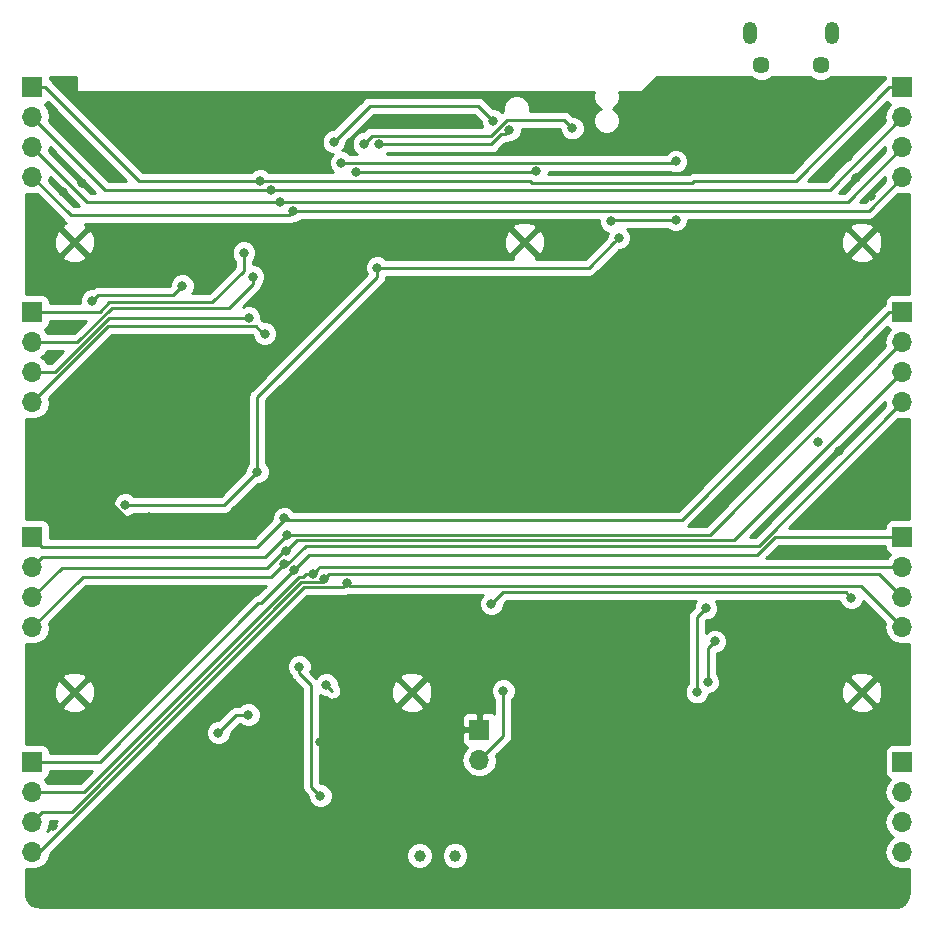
<source format=gbr>
G04 #@! TF.GenerationSoftware,KiCad,Pcbnew,(5.0.0)*
G04 #@! TF.CreationDate,2020-11-22T21:48:28-06:00*
G04 #@! TF.ProjectId,4x4_platform,3478345F706C6174666F726D2E6B6963,rev?*
G04 #@! TF.SameCoordinates,Original*
G04 #@! TF.FileFunction,Copper,L2,Bot,Signal*
G04 #@! TF.FilePolarity,Positive*
%FSLAX46Y46*%
G04 Gerber Fmt 4.6, Leading zero omitted, Abs format (unit mm)*
G04 Created by KiCad (PCBNEW (5.0.0)) date 11/22/20 21:48:28*
%MOMM*%
%LPD*%
G01*
G04 APERTURE LIST*
G04 #@! TA.AperFunction,ComponentPad*
%ADD10R,1.700000X1.700000*%
G04 #@! TD*
G04 #@! TA.AperFunction,ComponentPad*
%ADD11O,1.700000X1.700000*%
G04 #@! TD*
G04 #@! TA.AperFunction,WasherPad*
%ADD12C,1.000000*%
G04 #@! TD*
G04 #@! TA.AperFunction,ComponentPad*
%ADD13C,1.450000*%
G04 #@! TD*
G04 #@! TA.AperFunction,ComponentPad*
%ADD14O,1.200000X1.900000*%
G04 #@! TD*
G04 #@! TA.AperFunction,ViaPad*
%ADD15C,0.800000*%
G04 #@! TD*
G04 #@! TA.AperFunction,Conductor*
%ADD16C,0.250000*%
G04 #@! TD*
G04 #@! TA.AperFunction,Conductor*
%ADD17C,0.254000*%
G04 #@! TD*
G04 APERTURE END LIST*
D10*
G04 #@! TO.P,J1,1*
G04 #@! TO.N,ROW1*
X77470000Y-82232500D03*
D11*
G04 #@! TO.P,J1,2*
G04 #@! TO.N,ROW2*
X77470000Y-84772500D03*
G04 #@! TO.P,J1,3*
G04 #@! TO.N,ROW3*
X77470000Y-87312500D03*
G04 #@! TO.P,J1,4*
G04 #@! TO.N,ROW4*
X77470000Y-89852500D03*
G04 #@! TD*
G04 #@! TO.P,J2,4*
G04 #@! TO.N,COL4*
X77470000Y-108902500D03*
G04 #@! TO.P,J2,3*
G04 #@! TO.N,COL3*
X77470000Y-106362500D03*
G04 #@! TO.P,J2,2*
G04 #@! TO.N,COL2*
X77470000Y-103822500D03*
D10*
G04 #@! TO.P,J2,1*
G04 #@! TO.N,COL1*
X77470000Y-101282500D03*
G04 #@! TD*
G04 #@! TO.P,J3,1*
G04 #@! TO.N,COL5*
X77470000Y-120332500D03*
D11*
G04 #@! TO.P,J3,2*
G04 #@! TO.N,COL6*
X77470000Y-122872500D03*
G04 #@! TO.P,J3,3*
G04 #@! TO.N,COL7*
X77470000Y-125412500D03*
G04 #@! TO.P,J3,4*
G04 #@! TO.N,COL8*
X77470000Y-127952500D03*
G04 #@! TD*
G04 #@! TO.P,J4,4*
G04 #@! TO.N,COL12*
X77470000Y-147002500D03*
G04 #@! TO.P,J4,3*
G04 #@! TO.N,COL11*
X77470000Y-144462500D03*
G04 #@! TO.P,J4,2*
G04 #@! TO.N,COL10*
X77470000Y-141922500D03*
D10*
G04 #@! TO.P,J4,1*
G04 #@! TO.N,COL9*
X77470000Y-139382500D03*
G04 #@! TD*
G04 #@! TO.P,J5,1*
G04 #@! TO.N,ROW1*
X151130000Y-82232500D03*
D11*
G04 #@! TO.P,J5,2*
G04 #@! TO.N,ROW2*
X151130000Y-84772500D03*
G04 #@! TO.P,J5,3*
G04 #@! TO.N,ROW3*
X151130000Y-87312500D03*
G04 #@! TO.P,J5,4*
G04 #@! TO.N,ROW4*
X151130000Y-89852500D03*
G04 #@! TD*
G04 #@! TO.P,J6,4*
G04 #@! TO.N,COL8*
X151130000Y-108902500D03*
G04 #@! TO.P,J6,3*
G04 #@! TO.N,COL7*
X151130000Y-106362500D03*
G04 #@! TO.P,J6,2*
G04 #@! TO.N,COL6*
X151130000Y-103822500D03*
D10*
G04 #@! TO.P,J6,1*
G04 #@! TO.N,COL5*
X151130000Y-101282500D03*
G04 #@! TD*
G04 #@! TO.P,J7,1*
G04 #@! TO.N,COL9*
X151130000Y-120332500D03*
D11*
G04 #@! TO.P,J7,2*
G04 #@! TO.N,COL10*
X151130000Y-122872500D03*
G04 #@! TO.P,J7,3*
G04 #@! TO.N,COL11*
X151130000Y-125412500D03*
G04 #@! TO.P,J7,4*
G04 #@! TO.N,COL12*
X151130000Y-127952500D03*
G04 #@! TD*
G04 #@! TO.P,J8,4*
G04 #@! TO.N,COL16*
X151130000Y-147002500D03*
G04 #@! TO.P,J8,3*
G04 #@! TO.N,COL15*
X151130000Y-144462500D03*
G04 #@! TO.P,J8,2*
G04 #@! TO.N,COL14*
X151130000Y-141922500D03*
D10*
G04 #@! TO.P,J8,1*
G04 #@! TO.N,COL13*
X151130000Y-139382500D03*
G04 #@! TD*
D12*
G04 #@! TO.P,SW1,*
G04 #@! TO.N,*
X110260000Y-147320000D03*
X113260000Y-147320000D03*
G04 #@! TD*
D13*
G04 #@! TO.P,J17,6*
G04 #@! TO.N,Net-(J17-Pad6)*
X144206600Y-80354900D03*
X139206600Y-80354900D03*
D14*
X145206600Y-77654900D03*
X138206600Y-77654900D03*
G04 #@! TD*
D10*
G04 #@! TO.P,J10,1*
G04 #@! TO.N,GND*
X115316000Y-136652000D03*
D11*
G04 #@! TO.P,J10,2*
G04 #@! TO.N,Net-(BT1-Pad1)*
X115316000Y-139192000D03*
G04 #@! TD*
D15*
G04 #@! TO.N,ROW1*
X96774000Y-90170000D03*
G04 #@! TO.N,ROW2*
X97663000Y-90932000D03*
G04 #@! TO.N,ROW3*
X98425000Y-91947994D03*
G04 #@! TO.N,ROW4*
X99568000Y-92710000D03*
G04 #@! TO.N,COL4*
X97155000Y-103124000D03*
G04 #@! TO.N,COL3*
X95810480Y-101763990D03*
G04 #@! TO.N,COL2*
X96139000Y-98298000D03*
G04 #@! TO.N,COL1*
X95377000Y-96266000D03*
G04 #@! TO.N,COL5*
X98806000Y-118745000D03*
G04 #@! TO.N,COL6*
X99060000Y-120142002D03*
G04 #@! TO.N,COL7*
X98933000Y-121539000D03*
G04 #@! TO.N,COL8*
X98747307Y-122621133D03*
G04 #@! TO.N,COL12*
X104140000Y-124206000D03*
G04 #@! TO.N,COL11*
X102179221Y-123880989D03*
G04 #@! TO.N,COL10*
X101225018Y-123430978D03*
G04 #@! TO.N,COL9*
X99656670Y-123107026D03*
G04 #@! TO.N,GND*
X99517200Y-99745800D03*
X102387400Y-97993200D03*
X104698800Y-96189800D03*
X107721400Y-102362000D03*
X97713800Y-85623400D03*
X87172800Y-85369400D03*
X146227800Y-117627400D03*
X141655800Y-111404400D03*
X101193600Y-112649000D03*
X103657400Y-112623600D03*
X97942400Y-96189800D03*
X114503200Y-84995001D03*
X82270600Y-87401400D03*
X81686400Y-90347800D03*
X80060800Y-91135200D03*
X80492600Y-102387400D03*
X79502000Y-104927400D03*
X80289400Y-140563600D03*
X143738600Y-121564400D03*
X139628990Y-82113010D03*
X79234105Y-144784575D03*
X87376000Y-118618000D03*
X84074000Y-117348000D03*
X108712000Y-138176000D03*
X97790000Y-147066000D03*
X106680000Y-143256000D03*
X104902000Y-137668000D03*
X98552000Y-137160000D03*
X101854000Y-137668000D03*
X144018000Y-112268000D03*
X145796000Y-113030000D03*
X119126000Y-148590000D03*
X150622000Y-116586000D03*
X150622000Y-97028000D03*
X146558000Y-82550000D03*
X124968000Y-115316000D03*
X137414000Y-127508000D03*
X135890000Y-87884000D03*
X137795000Y-93980000D03*
X134493000Y-97409000D03*
X130302000Y-97663000D03*
X128651000Y-96520000D03*
X142240000Y-93853000D03*
X130556000Y-81788000D03*
X116840000Y-83058000D03*
X81661000Y-83185000D03*
X90551000Y-83058000D03*
X144145000Y-85217000D03*
X95377000Y-132842000D03*
X102997000Y-134366000D03*
X146558000Y-88138000D03*
X147193000Y-89916000D03*
X148463000Y-91440000D03*
G04 #@! TO.N,VCC*
X102997000Y-86868000D03*
X116459000Y-85090000D03*
G04 #@! TO.N,RESET*
X106680000Y-97536000D03*
X96520000Y-114808000D03*
X85344000Y-117602000D03*
X127127000Y-94996002D03*
G04 #@! TO.N,SWDCLK*
X105537000Y-87031990D03*
X123190000Y-85725000D03*
G04 #@! TO.N,SWDIO*
X106807000Y-87085010D03*
X117856000Y-85852000D03*
G04 #@! TO.N,TXD*
X103632000Y-88646000D03*
X131953000Y-88519000D03*
G04 #@! TO.N,RXD*
X104902000Y-89408000D03*
X120142000Y-89371010D03*
G04 #@! TO.N,BLUELED*
X134492996Y-126365000D03*
X133731000Y-133477002D03*
G04 #@! TO.N,REDLED*
X134668133Y-132619993D03*
X135250340Y-129163660D03*
G04 #@! TO.N,Net-(R4-Pad1)*
X131953000Y-93472000D03*
X126492000Y-93599000D03*
G04 #@! TO.N,VBUS*
X146812000Y-125476000D03*
X116332000Y-125984000D03*
G04 #@! TO.N,VBATT*
X93218000Y-136906000D03*
X95758000Y-135382000D03*
G04 #@! TO.N,Net-(C14-Pad1)*
X90170000Y-99060000D03*
X82550000Y-100330000D03*
G04 #@! TO.N,Net-(D9-Pad1)*
X102362000Y-132842000D03*
G04 #@! TO.N,Net-(D10-Pad1)*
X101854000Y-142240000D03*
X100076000Y-131318000D03*
G04 #@! TO.N,Net-(BT1-Pad1)*
X117348000Y-133350000D03*
G04 #@! TD*
D16*
G04 #@! TO.N,ROW1*
X78570000Y-82232500D02*
X86507500Y-90170000D01*
X86507500Y-90170000D02*
X96774000Y-90170000D01*
X77470000Y-82232500D02*
X78570000Y-82232500D01*
X119613988Y-90170000D02*
X97339685Y-90170000D01*
X133534004Y-90170000D02*
X133353993Y-90350011D01*
X133353993Y-90350011D02*
X119793999Y-90350011D01*
X151130000Y-82232500D02*
X150030000Y-82232500D01*
X97339685Y-90170000D02*
X96774000Y-90170000D01*
X142092500Y-90170000D02*
X133534004Y-90170000D01*
X150030000Y-82232500D02*
X142092500Y-90170000D01*
X119793999Y-90350011D02*
X119613988Y-90170000D01*
G04 #@! TO.N,ROW2*
X144970500Y-90932000D02*
X98228685Y-90932000D01*
X151130000Y-84772500D02*
X144970500Y-90932000D01*
X98228685Y-90932000D02*
X97663000Y-90932000D01*
X97097315Y-90932000D02*
X97663000Y-90932000D01*
X83629500Y-90932000D02*
X97097315Y-90932000D01*
X77470000Y-84772500D02*
X83629500Y-90932000D01*
G04 #@! TO.N,ROW3*
X77470000Y-87312500D02*
X82105494Y-91947994D01*
X151130000Y-87312500D02*
X146494506Y-91947994D01*
X82105494Y-91947994D02*
X97859315Y-91947994D01*
X98990685Y-91947994D02*
X98425000Y-91947994D01*
X146494506Y-91947994D02*
X98990685Y-91947994D01*
X97859315Y-91947994D02*
X98425000Y-91947994D01*
G04 #@! TO.N,ROW4*
X148272500Y-92710000D02*
X100133685Y-92710000D01*
X151130000Y-89852500D02*
X148272500Y-92710000D01*
X100133685Y-92710000D02*
X99568000Y-92710000D01*
X99168001Y-93109999D02*
X99568000Y-92710000D01*
X77470000Y-89852500D02*
X80727499Y-93109999D01*
X80727499Y-93109999D02*
X99168001Y-93109999D01*
G04 #@! TO.N,COL4*
X96393000Y-102489000D02*
X97028000Y-103124000D01*
X83883500Y-102489000D02*
X96393000Y-102489000D01*
X97028000Y-103124000D02*
X97155000Y-103124000D01*
X77470000Y-108902500D02*
X83883500Y-102489000D01*
G04 #@! TO.N,COL3*
X77470000Y-106362500D02*
X79373589Y-106362500D01*
X83972099Y-101763990D02*
X95244795Y-101763990D01*
X79373589Y-106362500D02*
X83972099Y-101763990D01*
X95244795Y-101763990D02*
X95810480Y-101763990D01*
G04 #@! TO.N,COL2*
X78672081Y-103822500D02*
X77470000Y-103822500D01*
X81277178Y-103822500D02*
X78672081Y-103822500D01*
X84192667Y-100907011D02*
X81277178Y-103822500D01*
X94164989Y-100907011D02*
X84192667Y-100907011D01*
X96139000Y-98298000D02*
X96139000Y-98933000D01*
X96139000Y-98933000D02*
X94164989Y-100907011D01*
G04 #@! TO.N,COL1*
X95377000Y-97790000D02*
X95377000Y-96266000D01*
X92710000Y-100457000D02*
X95377000Y-97790000D01*
X84006267Y-100457000D02*
X92710000Y-100457000D01*
X77470000Y-101282500D02*
X83180768Y-101282499D01*
X83180768Y-101282499D02*
X84006267Y-100457000D01*
G04 #@! TO.N,COL5*
X150030000Y-101282500D02*
X151130000Y-101282500D01*
X132440500Y-118872000D02*
X150030000Y-101282500D01*
X98806000Y-118872000D02*
X132440500Y-118872000D01*
X99060000Y-118745000D02*
X98806000Y-118745000D01*
X98806000Y-118872000D02*
X99187000Y-118872000D01*
X99187000Y-118872000D02*
X99060000Y-118745000D01*
X97409000Y-120269000D02*
X98806000Y-118872000D01*
X96520000Y-121158000D02*
X97409000Y-120269000D01*
X77470000Y-120332500D02*
X78295500Y-121158000D01*
X78295500Y-121158000D02*
X96520000Y-121158000D01*
G04 #@! TO.N,COL6*
X134810498Y-120142002D02*
X99625685Y-120142002D01*
X151130000Y-103822500D02*
X134810498Y-120142002D01*
X99625685Y-120142002D02*
X99060000Y-120142002D01*
X78319999Y-122022501D02*
X97179501Y-122022501D01*
X97179501Y-122022501D02*
X98660001Y-120542001D01*
X77470000Y-122872500D02*
X78319999Y-122022501D01*
X98660001Y-120542001D02*
X99060000Y-120142002D01*
G04 #@! TO.N,COL7*
X136874515Y-120617985D02*
X99854015Y-120617985D01*
X99854015Y-120617985D02*
X99332999Y-121139001D01*
X151130000Y-106362500D02*
X136874515Y-120617985D01*
X99332999Y-121139001D02*
X98933000Y-121539000D01*
X98756436Y-121539000D02*
X98933000Y-121539000D01*
X97359436Y-122936000D02*
X98756436Y-121539000D01*
X77470000Y-125412500D02*
X79946500Y-122936000D01*
X79946500Y-122936000D02*
X97359436Y-122936000D01*
G04 #@! TO.N,COL8*
X98347308Y-123021132D02*
X98747307Y-122621133D01*
X97670440Y-123698000D02*
X98347308Y-123021132D01*
X77470000Y-127952500D02*
X81724500Y-123698000D01*
X81724500Y-123698000D02*
X97670440Y-123698000D01*
X99069561Y-122621133D02*
X98747307Y-122621133D01*
X100622698Y-121067996D02*
X99069561Y-122621133D01*
X138964504Y-121067996D02*
X100622698Y-121067996D01*
X151130000Y-108902500D02*
X138964504Y-121067996D01*
G04 #@! TO.N,COL12*
X104394000Y-124460000D02*
X104140000Y-124206000D01*
X151130000Y-127952500D02*
X147637500Y-124460000D01*
X147637500Y-124460000D02*
X104394000Y-124460000D01*
X103740001Y-124605999D02*
X104140000Y-124206000D01*
X78041500Y-147002500D02*
X100438001Y-124605999D01*
X77470000Y-147002500D02*
X78041500Y-147002500D01*
X100438001Y-124605999D02*
X103740001Y-124605999D01*
G04 #@! TO.N,COL11*
X78319999Y-143612501D02*
X80795089Y-143612501D01*
X101904222Y-124155988D02*
X102179221Y-123880989D01*
X77470000Y-144462500D02*
X78319999Y-143612501D01*
X151130000Y-125412500D02*
X149198490Y-123480990D01*
X149198490Y-123480990D02*
X102579220Y-123480990D01*
X102579220Y-123480990D02*
X102179221Y-123880989D01*
X80795089Y-143612501D02*
X100251601Y-124155988D01*
X100251601Y-124155988D02*
X101904222Y-124155988D01*
G04 #@! TO.N,COL10*
X101783496Y-122872500D02*
X101625017Y-123030979D01*
X151130000Y-122872500D02*
X101783496Y-122872500D01*
X77470000Y-141922500D02*
X81848678Y-141922500D01*
X100659333Y-123430978D02*
X101225018Y-123430978D01*
X100065201Y-123705977D02*
X100384334Y-123705977D01*
X81848678Y-141922500D02*
X100065201Y-123705977D01*
X100384334Y-123705977D02*
X100659333Y-123430978D01*
X101625017Y-123030979D02*
X101225018Y-123430978D01*
G04 #@! TO.N,COL9*
X83180767Y-139382500D02*
X96616265Y-125947002D01*
X77470000Y-139382500D02*
X83180767Y-139382500D01*
X96816694Y-125947002D02*
X99656670Y-123107026D01*
X96616265Y-125947002D02*
X96816694Y-125947002D01*
X100901685Y-121862011D02*
X99656670Y-123107026D01*
X138806900Y-121862011D02*
X100901685Y-121862011D01*
X151130000Y-120332500D02*
X140336411Y-120332500D01*
X140336411Y-120332500D02*
X138806900Y-121862011D01*
G04 #@! TO.N,GND*
X84074000Y-117405002D02*
X84074000Y-117348000D01*
X87376000Y-118618000D02*
X85286998Y-118618000D01*
X85286998Y-118618000D02*
X84074000Y-117405002D01*
X108712000Y-138176000D02*
X108712000Y-141224000D01*
X108712000Y-141224000D02*
X106680000Y-143256000D01*
X102870000Y-147066000D02*
X97790000Y-147066000D01*
X106680000Y-143256000D02*
X102870000Y-147066000D01*
G04 #@! TO.N,VCC*
X102997000Y-86868000D02*
X106045000Y-83820000D01*
X106045000Y-83820000D02*
X115189000Y-83820000D01*
X116059001Y-84690001D02*
X116459000Y-85090000D01*
X115189000Y-83820000D02*
X116059001Y-84690001D01*
G04 #@! TO.N,RESET*
X106680000Y-98101685D02*
X106680000Y-97536000D01*
X106680000Y-98298000D02*
X106680000Y-98101685D01*
X96520000Y-108458000D02*
X106680000Y-98298000D01*
X96520000Y-114808000D02*
X96520000Y-108458000D01*
X96520000Y-114808000D02*
X93726000Y-117602000D01*
X93726000Y-117602000D02*
X85909685Y-117602000D01*
X85909685Y-117602000D02*
X85344000Y-117602000D01*
X106680000Y-97536000D02*
X124587002Y-97536000D01*
X126727001Y-95396001D02*
X127127000Y-94996002D01*
X124587002Y-97536000D02*
X126727001Y-95396001D01*
G04 #@! TO.N,SWDCLK*
X117634998Y-84999998D02*
X116274996Y-86360000D01*
X123190000Y-85725000D02*
X122464998Y-84999998D01*
X116274996Y-86360000D02*
X106208990Y-86360000D01*
X105936999Y-86631991D02*
X105537000Y-87031990D01*
X122464998Y-84999998D02*
X117634998Y-84999998D01*
X106208990Y-86360000D02*
X105936999Y-86631991D01*
G04 #@! TO.N,SWDIO*
X117144997Y-86251999D02*
X117456001Y-86251999D01*
X116311986Y-87085010D02*
X117144997Y-86251999D01*
X117456001Y-86251999D02*
X117856000Y-85852000D01*
X106807000Y-87085010D02*
X116311986Y-87085010D01*
G04 #@! TO.N,TXD*
X103632000Y-88646000D02*
X131826000Y-88646000D01*
X131826000Y-88646000D02*
X131953000Y-88519000D01*
G04 #@! TO.N,RXD*
X104902000Y-89408000D02*
X105029000Y-89535000D01*
X120105010Y-89408000D02*
X120142000Y-89371010D01*
X104902000Y-89408000D02*
X120105010Y-89408000D01*
G04 #@! TO.N,BLUELED*
X133731000Y-127126996D02*
X133731000Y-132911317D01*
X133731000Y-132911317D02*
X133731000Y-133477002D01*
X134492996Y-126365000D02*
X133731000Y-127126996D01*
G04 #@! TO.N,REDLED*
X134850341Y-129563659D02*
X135250340Y-129163660D01*
X134668133Y-129745867D02*
X134850341Y-129563659D01*
X134668133Y-132619993D02*
X134668133Y-129745867D01*
G04 #@! TO.N,Net-(R4-Pad1)*
X131953000Y-93472000D02*
X126619000Y-93472000D01*
X126619000Y-93472000D02*
X126492000Y-93599000D01*
G04 #@! TO.N,VBUS*
X117311002Y-125004998D02*
X116731999Y-125584001D01*
X116731999Y-125584001D02*
X116332000Y-125984000D01*
X146812000Y-125476000D02*
X146340998Y-125004998D01*
X146340998Y-125004998D02*
X117311002Y-125004998D01*
G04 #@! TO.N,VBATT*
X93218000Y-136906000D02*
X94742000Y-135382000D01*
X94742000Y-135382000D02*
X95758000Y-135382000D01*
G04 #@! TO.N,Net-(C14-Pad1)*
X83058000Y-99822000D02*
X82550000Y-100330000D01*
X90170000Y-99060000D02*
X89408000Y-99822000D01*
X89408000Y-99822000D02*
X83058000Y-99822000D01*
G04 #@! TO.N,Net-(D9-Pad1)*
X102870000Y-133350000D02*
X102362000Y-132842000D01*
G04 #@! TO.N,Net-(D10-Pad1)*
X100076000Y-131883685D02*
X100076000Y-131318000D01*
X101092000Y-132899685D02*
X100076000Y-131883685D01*
X101854000Y-142240000D02*
X101092000Y-141478000D01*
X101092000Y-141478000D02*
X101092000Y-132899685D01*
G04 #@! TO.N,Net-(BT1-Pad1)*
X117348000Y-137160000D02*
X115316000Y-139192000D01*
X117348000Y-133350000D02*
X117348000Y-137160000D01*
G04 #@! TD*
D17*
G04 #@! TO.N,GND*
G36*
X115454569Y-125397720D02*
X115297000Y-125778126D01*
X115297000Y-126189874D01*
X115454569Y-126570280D01*
X115745720Y-126861431D01*
X116126126Y-127019000D01*
X116537874Y-127019000D01*
X116918280Y-126861431D01*
X117209431Y-126570280D01*
X117367000Y-126189874D01*
X117367000Y-126023801D01*
X117625804Y-125764998D01*
X133629287Y-125764998D01*
X133615565Y-125778720D01*
X133457996Y-126159126D01*
X133457996Y-126325199D01*
X133246530Y-126536665D01*
X133183071Y-126579067D01*
X133015096Y-126830460D01*
X132971000Y-127052145D01*
X132971000Y-127052149D01*
X132956112Y-127126996D01*
X132971000Y-127201843D01*
X132971001Y-132773290D01*
X132853569Y-132890722D01*
X132696000Y-133271128D01*
X132696000Y-133682876D01*
X132853569Y-134063282D01*
X133144720Y-134354433D01*
X133525126Y-134512002D01*
X133936874Y-134512002D01*
X134317280Y-134354433D01*
X134608431Y-134063282D01*
X134766000Y-133682876D01*
X134766000Y-133654993D01*
X134874007Y-133654993D01*
X135254413Y-133497424D01*
X135545564Y-133206273D01*
X135552887Y-133188593D01*
X145955677Y-133188593D01*
X145978164Y-133878453D01*
X146198901Y-134411359D01*
X146476132Y-134522263D01*
X147521395Y-133477000D01*
X147880605Y-133477000D01*
X148925868Y-134522263D01*
X149203099Y-134411359D01*
X149446323Y-133765407D01*
X149423836Y-133075547D01*
X149203099Y-132542641D01*
X148925868Y-132431737D01*
X147880605Y-133477000D01*
X147521395Y-133477000D01*
X146476132Y-132431737D01*
X146198901Y-132542641D01*
X145955677Y-133188593D01*
X135552887Y-133188593D01*
X135703133Y-132825867D01*
X135703133Y-132414119D01*
X135636036Y-132252132D01*
X146655737Y-132252132D01*
X147701000Y-133297395D01*
X148746263Y-132252132D01*
X148635359Y-131974901D01*
X147989407Y-131731677D01*
X147299547Y-131754164D01*
X146766641Y-131974901D01*
X146655737Y-132252132D01*
X135636036Y-132252132D01*
X135545564Y-132033713D01*
X135428133Y-131916282D01*
X135428133Y-130198660D01*
X135456214Y-130198660D01*
X135836620Y-130041091D01*
X136127771Y-129749940D01*
X136285340Y-129369534D01*
X136285340Y-128957786D01*
X136127771Y-128577380D01*
X135836620Y-128286229D01*
X135456214Y-128128660D01*
X135044466Y-128128660D01*
X134664060Y-128286229D01*
X134491000Y-128459289D01*
X134491000Y-127441797D01*
X134532797Y-127400000D01*
X134698870Y-127400000D01*
X135079276Y-127242431D01*
X135370427Y-126951280D01*
X135527996Y-126570874D01*
X135527996Y-126159126D01*
X135370427Y-125778720D01*
X135356705Y-125764998D01*
X145811431Y-125764998D01*
X145934569Y-126062280D01*
X146225720Y-126353431D01*
X146606126Y-126511000D01*
X147017874Y-126511000D01*
X147398280Y-126353431D01*
X147689431Y-126062280D01*
X147828716Y-125726017D01*
X149688791Y-127586092D01*
X149615908Y-127952500D01*
X149731161Y-128531918D01*
X150059375Y-129023125D01*
X150550582Y-129351339D01*
X150983744Y-129437500D01*
X151276256Y-129437500D01*
X151690000Y-129355201D01*
X151690000Y-137885060D01*
X150280000Y-137885060D01*
X150032235Y-137934343D01*
X149822191Y-138074691D01*
X149681843Y-138284735D01*
X149632560Y-138532500D01*
X149632560Y-140232500D01*
X149681843Y-140480265D01*
X149822191Y-140690309D01*
X150032235Y-140830657D01*
X150077619Y-140839684D01*
X150059375Y-140851875D01*
X149731161Y-141343082D01*
X149615908Y-141922500D01*
X149731161Y-142501918D01*
X150059375Y-142993125D01*
X150357761Y-143192500D01*
X150059375Y-143391875D01*
X149731161Y-143883082D01*
X149615908Y-144462500D01*
X149731161Y-145041918D01*
X150059375Y-145533125D01*
X150357761Y-145732500D01*
X150059375Y-145931875D01*
X149731161Y-146423082D01*
X149615908Y-147002500D01*
X149731161Y-147581918D01*
X150059375Y-148073125D01*
X150550582Y-148401339D01*
X150983744Y-148487500D01*
X151276256Y-148487500D01*
X151690000Y-148405201D01*
X151690000Y-150328773D01*
X151673751Y-150381922D01*
X151672423Y-150390803D01*
X151610774Y-150821276D01*
X151474352Y-151121322D01*
X151259200Y-151371018D01*
X150982614Y-151550292D01*
X150642479Y-151652013D01*
X150440530Y-151667021D01*
X150336016Y-151690000D01*
X78271227Y-151690000D01*
X78218078Y-151673751D01*
X78209197Y-151672423D01*
X77778724Y-151610774D01*
X77478678Y-151474352D01*
X77228982Y-151259200D01*
X77049708Y-150982614D01*
X76947987Y-150642479D01*
X76932979Y-150440530D01*
X76910000Y-150336016D01*
X76910000Y-148405201D01*
X77323744Y-148487500D01*
X77616256Y-148487500D01*
X78049418Y-148401339D01*
X78540625Y-148073125D01*
X78868839Y-147581918D01*
X78951264Y-147167537D01*
X79024567Y-147094234D01*
X109125000Y-147094234D01*
X109125000Y-147545766D01*
X109297793Y-147962926D01*
X109617074Y-148282207D01*
X110034234Y-148455000D01*
X110485766Y-148455000D01*
X110902926Y-148282207D01*
X111222207Y-147962926D01*
X111395000Y-147545766D01*
X111395000Y-147094234D01*
X112125000Y-147094234D01*
X112125000Y-147545766D01*
X112297793Y-147962926D01*
X112617074Y-148282207D01*
X113034234Y-148455000D01*
X113485766Y-148455000D01*
X113902926Y-148282207D01*
X114222207Y-147962926D01*
X114395000Y-147545766D01*
X114395000Y-147094234D01*
X114222207Y-146677074D01*
X113902926Y-146357793D01*
X113485766Y-146185000D01*
X113034234Y-146185000D01*
X112617074Y-146357793D01*
X112297793Y-146677074D01*
X112125000Y-147094234D01*
X111395000Y-147094234D01*
X111222207Y-146677074D01*
X110902926Y-146357793D01*
X110485766Y-146185000D01*
X110034234Y-146185000D01*
X109617074Y-146357793D01*
X109297793Y-146677074D01*
X109125000Y-147094234D01*
X79024567Y-147094234D01*
X89418675Y-136700126D01*
X92183000Y-136700126D01*
X92183000Y-137111874D01*
X92340569Y-137492280D01*
X92631720Y-137783431D01*
X93012126Y-137941000D01*
X93423874Y-137941000D01*
X93804280Y-137783431D01*
X94095431Y-137492280D01*
X94253000Y-137111874D01*
X94253000Y-136945802D01*
X95055546Y-136143257D01*
X95171720Y-136259431D01*
X95552126Y-136417000D01*
X95963874Y-136417000D01*
X96344280Y-136259431D01*
X96635431Y-135968280D01*
X96793000Y-135587874D01*
X96793000Y-135176126D01*
X96635431Y-134795720D01*
X96344280Y-134504569D01*
X95963874Y-134347000D01*
X95552126Y-134347000D01*
X95171720Y-134504569D01*
X95054289Y-134622000D01*
X94816846Y-134622000D01*
X94741999Y-134607112D01*
X94667152Y-134622000D01*
X94667148Y-134622000D01*
X94445463Y-134666096D01*
X94382902Y-134707898D01*
X94257526Y-134791671D01*
X94257524Y-134791673D01*
X94194071Y-134834071D01*
X94151673Y-134897524D01*
X93178198Y-135871000D01*
X93012126Y-135871000D01*
X92631720Y-136028569D01*
X92340569Y-136319720D01*
X92183000Y-136700126D01*
X89418675Y-136700126D01*
X95006675Y-131112126D01*
X99041000Y-131112126D01*
X99041000Y-131523874D01*
X99198569Y-131904280D01*
X99331687Y-132037398D01*
X99360096Y-132180221D01*
X99528071Y-132431614D01*
X99591530Y-132474016D01*
X100332001Y-133214488D01*
X100332000Y-141403153D01*
X100317112Y-141478000D01*
X100332000Y-141552847D01*
X100332000Y-141552851D01*
X100376096Y-141774536D01*
X100544071Y-142025929D01*
X100607530Y-142068331D01*
X100819000Y-142279801D01*
X100819000Y-142445874D01*
X100976569Y-142826280D01*
X101267720Y-143117431D01*
X101648126Y-143275000D01*
X102059874Y-143275000D01*
X102440280Y-143117431D01*
X102731431Y-142826280D01*
X102889000Y-142445874D01*
X102889000Y-142034126D01*
X102731431Y-141653720D01*
X102440280Y-141362569D01*
X102059874Y-141205000D01*
X101893801Y-141205000D01*
X101852000Y-141163199D01*
X101852000Y-139192000D01*
X113801908Y-139192000D01*
X113917161Y-139771418D01*
X114245375Y-140262625D01*
X114736582Y-140590839D01*
X115169744Y-140677000D01*
X115462256Y-140677000D01*
X115895418Y-140590839D01*
X116386625Y-140262625D01*
X116714839Y-139771418D01*
X116830092Y-139192000D01*
X116757209Y-138825592D01*
X117832473Y-137750329D01*
X117895929Y-137707929D01*
X118063904Y-137456537D01*
X118108000Y-137234852D01*
X118108000Y-137234847D01*
X118122888Y-137160000D01*
X118108000Y-137085153D01*
X118108000Y-134701868D01*
X146655737Y-134701868D01*
X146766641Y-134979099D01*
X147412593Y-135222323D01*
X148102453Y-135199836D01*
X148635359Y-134979099D01*
X148746263Y-134701868D01*
X147701000Y-133656605D01*
X146655737Y-134701868D01*
X118108000Y-134701868D01*
X118108000Y-134053711D01*
X118225431Y-133936280D01*
X118383000Y-133555874D01*
X118383000Y-133144126D01*
X118225431Y-132763720D01*
X117934280Y-132472569D01*
X117553874Y-132315000D01*
X117142126Y-132315000D01*
X116761720Y-132472569D01*
X116470569Y-132763720D01*
X116313000Y-133144126D01*
X116313000Y-133555874D01*
X116470569Y-133936280D01*
X116588000Y-134053711D01*
X116588001Y-135325975D01*
X116525698Y-135263673D01*
X116292309Y-135167000D01*
X115601750Y-135167000D01*
X115443000Y-135325750D01*
X115443000Y-136525000D01*
X115463000Y-136525000D01*
X115463000Y-136779000D01*
X115443000Y-136779000D01*
X115443000Y-136799000D01*
X115189000Y-136799000D01*
X115189000Y-136779000D01*
X113989750Y-136779000D01*
X113831000Y-136937750D01*
X113831000Y-137628310D01*
X113927673Y-137861699D01*
X114106302Y-138040327D01*
X114267033Y-138106904D01*
X114245375Y-138121375D01*
X113917161Y-138612582D01*
X113801908Y-139192000D01*
X101852000Y-139192000D01*
X101852000Y-135675690D01*
X113831000Y-135675690D01*
X113831000Y-136366250D01*
X113989750Y-136525000D01*
X115189000Y-136525000D01*
X115189000Y-135325750D01*
X115030250Y-135167000D01*
X114339691Y-135167000D01*
X114106302Y-135263673D01*
X113927673Y-135442301D01*
X113831000Y-135675690D01*
X101852000Y-135675690D01*
X101852000Y-134701868D01*
X108555737Y-134701868D01*
X108666641Y-134979099D01*
X109312593Y-135222323D01*
X110002453Y-135199836D01*
X110535359Y-134979099D01*
X110646263Y-134701868D01*
X109601000Y-133656605D01*
X108555737Y-134701868D01*
X101852000Y-134701868D01*
X101852000Y-133751027D01*
X102156126Y-133877000D01*
X102322197Y-133877000D01*
X102385526Y-133940329D01*
X102573462Y-134065903D01*
X102869999Y-134124888D01*
X103166536Y-134065903D01*
X103417928Y-133897928D01*
X103585903Y-133646536D01*
X103644888Y-133349999D01*
X103612783Y-133188593D01*
X107855677Y-133188593D01*
X107878164Y-133878453D01*
X108098901Y-134411359D01*
X108376132Y-134522263D01*
X109421395Y-133477000D01*
X109780605Y-133477000D01*
X110825868Y-134522263D01*
X111103099Y-134411359D01*
X111346323Y-133765407D01*
X111323836Y-133075547D01*
X111103099Y-132542641D01*
X110825868Y-132431737D01*
X109780605Y-133477000D01*
X109421395Y-133477000D01*
X108376132Y-132431737D01*
X108098901Y-132542641D01*
X107855677Y-133188593D01*
X103612783Y-133188593D01*
X103585903Y-133053462D01*
X103460329Y-132865526D01*
X103397000Y-132802197D01*
X103397000Y-132636126D01*
X103239431Y-132255720D01*
X103235843Y-132252132D01*
X108555737Y-132252132D01*
X109601000Y-133297395D01*
X110646263Y-132252132D01*
X110535359Y-131974901D01*
X109889407Y-131731677D01*
X109199547Y-131754164D01*
X108666641Y-131974901D01*
X108555737Y-132252132D01*
X103235843Y-132252132D01*
X102948280Y-131964569D01*
X102567874Y-131807000D01*
X102156126Y-131807000D01*
X101775720Y-131964569D01*
X101503703Y-132236586D01*
X101017271Y-131750155D01*
X101111000Y-131523874D01*
X101111000Y-131112126D01*
X100953431Y-130731720D01*
X100662280Y-130440569D01*
X100281874Y-130283000D01*
X99870126Y-130283000D01*
X99489720Y-130440569D01*
X99198569Y-130731720D01*
X99041000Y-131112126D01*
X95006675Y-131112126D01*
X100752804Y-125365999D01*
X103665154Y-125365999D01*
X103740001Y-125380887D01*
X103814848Y-125365999D01*
X103814853Y-125365999D01*
X104036538Y-125321903D01*
X104157618Y-125241000D01*
X104345874Y-125241000D01*
X104371456Y-125230404D01*
X104393999Y-125234888D01*
X104468846Y-125220000D01*
X115632289Y-125220000D01*
X115454569Y-125397720D01*
X115454569Y-125397720D01*
G37*
X115454569Y-125397720D02*
X115297000Y-125778126D01*
X115297000Y-126189874D01*
X115454569Y-126570280D01*
X115745720Y-126861431D01*
X116126126Y-127019000D01*
X116537874Y-127019000D01*
X116918280Y-126861431D01*
X117209431Y-126570280D01*
X117367000Y-126189874D01*
X117367000Y-126023801D01*
X117625804Y-125764998D01*
X133629287Y-125764998D01*
X133615565Y-125778720D01*
X133457996Y-126159126D01*
X133457996Y-126325199D01*
X133246530Y-126536665D01*
X133183071Y-126579067D01*
X133015096Y-126830460D01*
X132971000Y-127052145D01*
X132971000Y-127052149D01*
X132956112Y-127126996D01*
X132971000Y-127201843D01*
X132971001Y-132773290D01*
X132853569Y-132890722D01*
X132696000Y-133271128D01*
X132696000Y-133682876D01*
X132853569Y-134063282D01*
X133144720Y-134354433D01*
X133525126Y-134512002D01*
X133936874Y-134512002D01*
X134317280Y-134354433D01*
X134608431Y-134063282D01*
X134766000Y-133682876D01*
X134766000Y-133654993D01*
X134874007Y-133654993D01*
X135254413Y-133497424D01*
X135545564Y-133206273D01*
X135552887Y-133188593D01*
X145955677Y-133188593D01*
X145978164Y-133878453D01*
X146198901Y-134411359D01*
X146476132Y-134522263D01*
X147521395Y-133477000D01*
X147880605Y-133477000D01*
X148925868Y-134522263D01*
X149203099Y-134411359D01*
X149446323Y-133765407D01*
X149423836Y-133075547D01*
X149203099Y-132542641D01*
X148925868Y-132431737D01*
X147880605Y-133477000D01*
X147521395Y-133477000D01*
X146476132Y-132431737D01*
X146198901Y-132542641D01*
X145955677Y-133188593D01*
X135552887Y-133188593D01*
X135703133Y-132825867D01*
X135703133Y-132414119D01*
X135636036Y-132252132D01*
X146655737Y-132252132D01*
X147701000Y-133297395D01*
X148746263Y-132252132D01*
X148635359Y-131974901D01*
X147989407Y-131731677D01*
X147299547Y-131754164D01*
X146766641Y-131974901D01*
X146655737Y-132252132D01*
X135636036Y-132252132D01*
X135545564Y-132033713D01*
X135428133Y-131916282D01*
X135428133Y-130198660D01*
X135456214Y-130198660D01*
X135836620Y-130041091D01*
X136127771Y-129749940D01*
X136285340Y-129369534D01*
X136285340Y-128957786D01*
X136127771Y-128577380D01*
X135836620Y-128286229D01*
X135456214Y-128128660D01*
X135044466Y-128128660D01*
X134664060Y-128286229D01*
X134491000Y-128459289D01*
X134491000Y-127441797D01*
X134532797Y-127400000D01*
X134698870Y-127400000D01*
X135079276Y-127242431D01*
X135370427Y-126951280D01*
X135527996Y-126570874D01*
X135527996Y-126159126D01*
X135370427Y-125778720D01*
X135356705Y-125764998D01*
X145811431Y-125764998D01*
X145934569Y-126062280D01*
X146225720Y-126353431D01*
X146606126Y-126511000D01*
X147017874Y-126511000D01*
X147398280Y-126353431D01*
X147689431Y-126062280D01*
X147828716Y-125726017D01*
X149688791Y-127586092D01*
X149615908Y-127952500D01*
X149731161Y-128531918D01*
X150059375Y-129023125D01*
X150550582Y-129351339D01*
X150983744Y-129437500D01*
X151276256Y-129437500D01*
X151690000Y-129355201D01*
X151690000Y-137885060D01*
X150280000Y-137885060D01*
X150032235Y-137934343D01*
X149822191Y-138074691D01*
X149681843Y-138284735D01*
X149632560Y-138532500D01*
X149632560Y-140232500D01*
X149681843Y-140480265D01*
X149822191Y-140690309D01*
X150032235Y-140830657D01*
X150077619Y-140839684D01*
X150059375Y-140851875D01*
X149731161Y-141343082D01*
X149615908Y-141922500D01*
X149731161Y-142501918D01*
X150059375Y-142993125D01*
X150357761Y-143192500D01*
X150059375Y-143391875D01*
X149731161Y-143883082D01*
X149615908Y-144462500D01*
X149731161Y-145041918D01*
X150059375Y-145533125D01*
X150357761Y-145732500D01*
X150059375Y-145931875D01*
X149731161Y-146423082D01*
X149615908Y-147002500D01*
X149731161Y-147581918D01*
X150059375Y-148073125D01*
X150550582Y-148401339D01*
X150983744Y-148487500D01*
X151276256Y-148487500D01*
X151690000Y-148405201D01*
X151690000Y-150328773D01*
X151673751Y-150381922D01*
X151672423Y-150390803D01*
X151610774Y-150821276D01*
X151474352Y-151121322D01*
X151259200Y-151371018D01*
X150982614Y-151550292D01*
X150642479Y-151652013D01*
X150440530Y-151667021D01*
X150336016Y-151690000D01*
X78271227Y-151690000D01*
X78218078Y-151673751D01*
X78209197Y-151672423D01*
X77778724Y-151610774D01*
X77478678Y-151474352D01*
X77228982Y-151259200D01*
X77049708Y-150982614D01*
X76947987Y-150642479D01*
X76932979Y-150440530D01*
X76910000Y-150336016D01*
X76910000Y-148405201D01*
X77323744Y-148487500D01*
X77616256Y-148487500D01*
X78049418Y-148401339D01*
X78540625Y-148073125D01*
X78868839Y-147581918D01*
X78951264Y-147167537D01*
X79024567Y-147094234D01*
X109125000Y-147094234D01*
X109125000Y-147545766D01*
X109297793Y-147962926D01*
X109617074Y-148282207D01*
X110034234Y-148455000D01*
X110485766Y-148455000D01*
X110902926Y-148282207D01*
X111222207Y-147962926D01*
X111395000Y-147545766D01*
X111395000Y-147094234D01*
X112125000Y-147094234D01*
X112125000Y-147545766D01*
X112297793Y-147962926D01*
X112617074Y-148282207D01*
X113034234Y-148455000D01*
X113485766Y-148455000D01*
X113902926Y-148282207D01*
X114222207Y-147962926D01*
X114395000Y-147545766D01*
X114395000Y-147094234D01*
X114222207Y-146677074D01*
X113902926Y-146357793D01*
X113485766Y-146185000D01*
X113034234Y-146185000D01*
X112617074Y-146357793D01*
X112297793Y-146677074D01*
X112125000Y-147094234D01*
X111395000Y-147094234D01*
X111222207Y-146677074D01*
X110902926Y-146357793D01*
X110485766Y-146185000D01*
X110034234Y-146185000D01*
X109617074Y-146357793D01*
X109297793Y-146677074D01*
X109125000Y-147094234D01*
X79024567Y-147094234D01*
X89418675Y-136700126D01*
X92183000Y-136700126D01*
X92183000Y-137111874D01*
X92340569Y-137492280D01*
X92631720Y-137783431D01*
X93012126Y-137941000D01*
X93423874Y-137941000D01*
X93804280Y-137783431D01*
X94095431Y-137492280D01*
X94253000Y-137111874D01*
X94253000Y-136945802D01*
X95055546Y-136143257D01*
X95171720Y-136259431D01*
X95552126Y-136417000D01*
X95963874Y-136417000D01*
X96344280Y-136259431D01*
X96635431Y-135968280D01*
X96793000Y-135587874D01*
X96793000Y-135176126D01*
X96635431Y-134795720D01*
X96344280Y-134504569D01*
X95963874Y-134347000D01*
X95552126Y-134347000D01*
X95171720Y-134504569D01*
X95054289Y-134622000D01*
X94816846Y-134622000D01*
X94741999Y-134607112D01*
X94667152Y-134622000D01*
X94667148Y-134622000D01*
X94445463Y-134666096D01*
X94382902Y-134707898D01*
X94257526Y-134791671D01*
X94257524Y-134791673D01*
X94194071Y-134834071D01*
X94151673Y-134897524D01*
X93178198Y-135871000D01*
X93012126Y-135871000D01*
X92631720Y-136028569D01*
X92340569Y-136319720D01*
X92183000Y-136700126D01*
X89418675Y-136700126D01*
X95006675Y-131112126D01*
X99041000Y-131112126D01*
X99041000Y-131523874D01*
X99198569Y-131904280D01*
X99331687Y-132037398D01*
X99360096Y-132180221D01*
X99528071Y-132431614D01*
X99591530Y-132474016D01*
X100332001Y-133214488D01*
X100332000Y-141403153D01*
X100317112Y-141478000D01*
X100332000Y-141552847D01*
X100332000Y-141552851D01*
X100376096Y-141774536D01*
X100544071Y-142025929D01*
X100607530Y-142068331D01*
X100819000Y-142279801D01*
X100819000Y-142445874D01*
X100976569Y-142826280D01*
X101267720Y-143117431D01*
X101648126Y-143275000D01*
X102059874Y-143275000D01*
X102440280Y-143117431D01*
X102731431Y-142826280D01*
X102889000Y-142445874D01*
X102889000Y-142034126D01*
X102731431Y-141653720D01*
X102440280Y-141362569D01*
X102059874Y-141205000D01*
X101893801Y-141205000D01*
X101852000Y-141163199D01*
X101852000Y-139192000D01*
X113801908Y-139192000D01*
X113917161Y-139771418D01*
X114245375Y-140262625D01*
X114736582Y-140590839D01*
X115169744Y-140677000D01*
X115462256Y-140677000D01*
X115895418Y-140590839D01*
X116386625Y-140262625D01*
X116714839Y-139771418D01*
X116830092Y-139192000D01*
X116757209Y-138825592D01*
X117832473Y-137750329D01*
X117895929Y-137707929D01*
X118063904Y-137456537D01*
X118108000Y-137234852D01*
X118108000Y-137234847D01*
X118122888Y-137160000D01*
X118108000Y-137085153D01*
X118108000Y-134701868D01*
X146655737Y-134701868D01*
X146766641Y-134979099D01*
X147412593Y-135222323D01*
X148102453Y-135199836D01*
X148635359Y-134979099D01*
X148746263Y-134701868D01*
X147701000Y-133656605D01*
X146655737Y-134701868D01*
X118108000Y-134701868D01*
X118108000Y-134053711D01*
X118225431Y-133936280D01*
X118383000Y-133555874D01*
X118383000Y-133144126D01*
X118225431Y-132763720D01*
X117934280Y-132472569D01*
X117553874Y-132315000D01*
X117142126Y-132315000D01*
X116761720Y-132472569D01*
X116470569Y-132763720D01*
X116313000Y-133144126D01*
X116313000Y-133555874D01*
X116470569Y-133936280D01*
X116588000Y-134053711D01*
X116588001Y-135325975D01*
X116525698Y-135263673D01*
X116292309Y-135167000D01*
X115601750Y-135167000D01*
X115443000Y-135325750D01*
X115443000Y-136525000D01*
X115463000Y-136525000D01*
X115463000Y-136779000D01*
X115443000Y-136779000D01*
X115443000Y-136799000D01*
X115189000Y-136799000D01*
X115189000Y-136779000D01*
X113989750Y-136779000D01*
X113831000Y-136937750D01*
X113831000Y-137628310D01*
X113927673Y-137861699D01*
X114106302Y-138040327D01*
X114267033Y-138106904D01*
X114245375Y-138121375D01*
X113917161Y-138612582D01*
X113801908Y-139192000D01*
X101852000Y-139192000D01*
X101852000Y-135675690D01*
X113831000Y-135675690D01*
X113831000Y-136366250D01*
X113989750Y-136525000D01*
X115189000Y-136525000D01*
X115189000Y-135325750D01*
X115030250Y-135167000D01*
X114339691Y-135167000D01*
X114106302Y-135263673D01*
X113927673Y-135442301D01*
X113831000Y-135675690D01*
X101852000Y-135675690D01*
X101852000Y-134701868D01*
X108555737Y-134701868D01*
X108666641Y-134979099D01*
X109312593Y-135222323D01*
X110002453Y-135199836D01*
X110535359Y-134979099D01*
X110646263Y-134701868D01*
X109601000Y-133656605D01*
X108555737Y-134701868D01*
X101852000Y-134701868D01*
X101852000Y-133751027D01*
X102156126Y-133877000D01*
X102322197Y-133877000D01*
X102385526Y-133940329D01*
X102573462Y-134065903D01*
X102869999Y-134124888D01*
X103166536Y-134065903D01*
X103417928Y-133897928D01*
X103585903Y-133646536D01*
X103644888Y-133349999D01*
X103612783Y-133188593D01*
X107855677Y-133188593D01*
X107878164Y-133878453D01*
X108098901Y-134411359D01*
X108376132Y-134522263D01*
X109421395Y-133477000D01*
X109780605Y-133477000D01*
X110825868Y-134522263D01*
X111103099Y-134411359D01*
X111346323Y-133765407D01*
X111323836Y-133075547D01*
X111103099Y-132542641D01*
X110825868Y-132431737D01*
X109780605Y-133477000D01*
X109421395Y-133477000D01*
X108376132Y-132431737D01*
X108098901Y-132542641D01*
X107855677Y-133188593D01*
X103612783Y-133188593D01*
X103585903Y-133053462D01*
X103460329Y-132865526D01*
X103397000Y-132802197D01*
X103397000Y-132636126D01*
X103239431Y-132255720D01*
X103235843Y-132252132D01*
X108555737Y-132252132D01*
X109601000Y-133297395D01*
X110646263Y-132252132D01*
X110535359Y-131974901D01*
X109889407Y-131731677D01*
X109199547Y-131754164D01*
X108666641Y-131974901D01*
X108555737Y-132252132D01*
X103235843Y-132252132D01*
X102948280Y-131964569D01*
X102567874Y-131807000D01*
X102156126Y-131807000D01*
X101775720Y-131964569D01*
X101503703Y-132236586D01*
X101017271Y-131750155D01*
X101111000Y-131523874D01*
X101111000Y-131112126D01*
X100953431Y-130731720D01*
X100662280Y-130440569D01*
X100281874Y-130283000D01*
X99870126Y-130283000D01*
X99489720Y-130440569D01*
X99198569Y-130731720D01*
X99041000Y-131112126D01*
X95006675Y-131112126D01*
X100752804Y-125365999D01*
X103665154Y-125365999D01*
X103740001Y-125380887D01*
X103814848Y-125365999D01*
X103814853Y-125365999D01*
X104036538Y-125321903D01*
X104157618Y-125241000D01*
X104345874Y-125241000D01*
X104371456Y-125230404D01*
X104393999Y-125234888D01*
X104468846Y-125220000D01*
X115632289Y-125220000D01*
X115454569Y-125397720D01*
G36*
X78751156Y-145218043D02*
X78868839Y-145041918D01*
X78984092Y-144462500D01*
X78966190Y-144372501D01*
X79596698Y-144372501D01*
X78751156Y-145218043D01*
X78751156Y-145218043D01*
G37*
X78751156Y-145218043D02*
X78868839Y-145041918D01*
X78984092Y-144462500D01*
X78966190Y-144372501D01*
X79596698Y-144372501D01*
X78751156Y-145218043D01*
G36*
X81533877Y-141162500D02*
X78748178Y-141162500D01*
X78540625Y-140851875D01*
X78522381Y-140839684D01*
X78567765Y-140830657D01*
X78777809Y-140690309D01*
X78918157Y-140480265D01*
X78967440Y-140232500D01*
X78967440Y-140142500D01*
X82553877Y-140142500D01*
X81533877Y-141162500D01*
X81533877Y-141162500D01*
G37*
X81533877Y-141162500D02*
X78748178Y-141162500D01*
X78540625Y-140851875D01*
X78522381Y-140839684D01*
X78567765Y-140830657D01*
X78777809Y-140690309D01*
X78918157Y-140480265D01*
X78967440Y-140232500D01*
X78967440Y-140142500D01*
X82553877Y-140142500D01*
X81533877Y-141162500D01*
G36*
X96492080Y-125196815D02*
X96319728Y-125231098D01*
X96319726Y-125231099D01*
X96319727Y-125231099D01*
X96131791Y-125356673D01*
X96131789Y-125356675D01*
X96068336Y-125399073D01*
X96025938Y-125462526D01*
X82865966Y-138622500D01*
X78967440Y-138622500D01*
X78967440Y-138532500D01*
X78918157Y-138284735D01*
X78777809Y-138074691D01*
X78567765Y-137934343D01*
X78320000Y-137885060D01*
X76910000Y-137885060D01*
X76910000Y-134701868D01*
X79980737Y-134701868D01*
X80091641Y-134979099D01*
X80737593Y-135222323D01*
X81427453Y-135199836D01*
X81960359Y-134979099D01*
X82071263Y-134701868D01*
X81026000Y-133656605D01*
X79980737Y-134701868D01*
X76910000Y-134701868D01*
X76910000Y-133188593D01*
X79280677Y-133188593D01*
X79303164Y-133878453D01*
X79523901Y-134411359D01*
X79801132Y-134522263D01*
X80846395Y-133477000D01*
X81205605Y-133477000D01*
X82250868Y-134522263D01*
X82528099Y-134411359D01*
X82771323Y-133765407D01*
X82748836Y-133075547D01*
X82528099Y-132542641D01*
X82250868Y-132431737D01*
X81205605Y-133477000D01*
X80846395Y-133477000D01*
X79801132Y-132431737D01*
X79523901Y-132542641D01*
X79280677Y-133188593D01*
X76910000Y-133188593D01*
X76910000Y-132252132D01*
X79980737Y-132252132D01*
X81026000Y-133297395D01*
X82071263Y-132252132D01*
X81960359Y-131974901D01*
X81314407Y-131731677D01*
X80624547Y-131754164D01*
X80091641Y-131974901D01*
X79980737Y-132252132D01*
X76910000Y-132252132D01*
X76910000Y-129355201D01*
X77323744Y-129437500D01*
X77616256Y-129437500D01*
X78049418Y-129351339D01*
X78540625Y-129023125D01*
X78868839Y-128531918D01*
X78984092Y-127952500D01*
X78911209Y-127586092D01*
X82039302Y-124458000D01*
X97230895Y-124458000D01*
X96492080Y-125196815D01*
X96492080Y-125196815D01*
G37*
X96492080Y-125196815D02*
X96319728Y-125231098D01*
X96319726Y-125231099D01*
X96319727Y-125231099D01*
X96131791Y-125356673D01*
X96131789Y-125356675D01*
X96068336Y-125399073D01*
X96025938Y-125462526D01*
X82865966Y-138622500D01*
X78967440Y-138622500D01*
X78967440Y-138532500D01*
X78918157Y-138284735D01*
X78777809Y-138074691D01*
X78567765Y-137934343D01*
X78320000Y-137885060D01*
X76910000Y-137885060D01*
X76910000Y-134701868D01*
X79980737Y-134701868D01*
X80091641Y-134979099D01*
X80737593Y-135222323D01*
X81427453Y-135199836D01*
X81960359Y-134979099D01*
X82071263Y-134701868D01*
X81026000Y-133656605D01*
X79980737Y-134701868D01*
X76910000Y-134701868D01*
X76910000Y-133188593D01*
X79280677Y-133188593D01*
X79303164Y-133878453D01*
X79523901Y-134411359D01*
X79801132Y-134522263D01*
X80846395Y-133477000D01*
X81205605Y-133477000D01*
X82250868Y-134522263D01*
X82528099Y-134411359D01*
X82771323Y-133765407D01*
X82748836Y-133075547D01*
X82528099Y-132542641D01*
X82250868Y-132431737D01*
X81205605Y-133477000D01*
X80846395Y-133477000D01*
X79801132Y-132431737D01*
X79523901Y-132542641D01*
X79280677Y-133188593D01*
X76910000Y-133188593D01*
X76910000Y-132252132D01*
X79980737Y-132252132D01*
X81026000Y-133297395D01*
X82071263Y-132252132D01*
X81960359Y-131974901D01*
X81314407Y-131731677D01*
X80624547Y-131754164D01*
X80091641Y-131974901D01*
X79980737Y-132252132D01*
X76910000Y-132252132D01*
X76910000Y-129355201D01*
X77323744Y-129437500D01*
X77616256Y-129437500D01*
X78049418Y-129351339D01*
X78540625Y-129023125D01*
X78868839Y-128531918D01*
X78984092Y-127952500D01*
X78911209Y-127586092D01*
X82039302Y-124458000D01*
X97230895Y-124458000D01*
X96492080Y-125196815D01*
G36*
X149632560Y-121182500D02*
X149681843Y-121430265D01*
X149822191Y-121640309D01*
X150032235Y-121780657D01*
X150077619Y-121789684D01*
X150059375Y-121801875D01*
X149851822Y-122112500D01*
X139631212Y-122112500D01*
X140651213Y-121092500D01*
X149632560Y-121092500D01*
X149632560Y-121182500D01*
X149632560Y-121182500D01*
G37*
X149632560Y-121182500D02*
X149681843Y-121430265D01*
X149822191Y-121640309D01*
X150032235Y-121780657D01*
X150077619Y-121789684D01*
X150059375Y-121801875D01*
X149851822Y-122112500D01*
X139631212Y-122112500D01*
X140651213Y-121092500D01*
X149632560Y-121092500D01*
X149632560Y-121182500D01*
G36*
X151690001Y-99785060D02*
X150280000Y-99785060D01*
X150032235Y-99834343D01*
X149822191Y-99974691D01*
X149681843Y-100184735D01*
X149632560Y-100432500D01*
X149632560Y-100634017D01*
X149545526Y-100692171D01*
X149545524Y-100692173D01*
X149482071Y-100734571D01*
X149439673Y-100798024D01*
X132125699Y-118112000D01*
X99636711Y-118112000D01*
X99392280Y-117867569D01*
X99011874Y-117710000D01*
X98600126Y-117710000D01*
X98219720Y-117867569D01*
X97928569Y-118158720D01*
X97771000Y-118539126D01*
X97771000Y-118832198D01*
X96924530Y-119678669D01*
X96924527Y-119678671D01*
X96205199Y-120398000D01*
X78967440Y-120398000D01*
X78967440Y-119482500D01*
X78918157Y-119234735D01*
X78777809Y-119024691D01*
X78567765Y-118884343D01*
X78320000Y-118835060D01*
X76910000Y-118835060D01*
X76910000Y-110305201D01*
X77323744Y-110387500D01*
X77616256Y-110387500D01*
X78049418Y-110301339D01*
X78540625Y-109973125D01*
X78868839Y-109481918D01*
X78984092Y-108902500D01*
X78911209Y-108536092D01*
X84198302Y-103249000D01*
X96078199Y-103249000D01*
X96120000Y-103290801D01*
X96120000Y-103329874D01*
X96277569Y-103710280D01*
X96568720Y-104001431D01*
X96949126Y-104159000D01*
X97360874Y-104159000D01*
X97741280Y-104001431D01*
X98032431Y-103710280D01*
X98190000Y-103329874D01*
X98190000Y-102918126D01*
X98032431Y-102537720D01*
X97741280Y-102246569D01*
X97360874Y-102089000D01*
X97067801Y-102089000D01*
X96983331Y-102004530D01*
X96940929Y-101941071D01*
X96845480Y-101877294D01*
X96845480Y-101558116D01*
X96687911Y-101177710D01*
X96396760Y-100886559D01*
X96016354Y-100728990D01*
X95604606Y-100728990D01*
X95285728Y-100861073D01*
X96623473Y-99523329D01*
X96686929Y-99480929D01*
X96854904Y-99229537D01*
X96899000Y-99007852D01*
X96899000Y-99007848D01*
X96900524Y-99000187D01*
X97016431Y-98884280D01*
X97174000Y-98503874D01*
X97174000Y-98092126D01*
X97016431Y-97711720D01*
X96725280Y-97420569D01*
X96344874Y-97263000D01*
X96137000Y-97263000D01*
X96137000Y-96969711D01*
X96254431Y-96852280D01*
X96412000Y-96471874D01*
X96412000Y-96060126D01*
X96254431Y-95679720D01*
X95963280Y-95388569D01*
X95582874Y-95231000D01*
X95171126Y-95231000D01*
X94790720Y-95388569D01*
X94499569Y-95679720D01*
X94342000Y-96060126D01*
X94342000Y-96471874D01*
X94499569Y-96852280D01*
X94617001Y-96969712D01*
X94617000Y-97475198D01*
X92395199Y-99697000D01*
X90996711Y-99697000D01*
X91047431Y-99646280D01*
X91205000Y-99265874D01*
X91205000Y-98854126D01*
X91047431Y-98473720D01*
X90756280Y-98182569D01*
X90375874Y-98025000D01*
X89964126Y-98025000D01*
X89583720Y-98182569D01*
X89292569Y-98473720D01*
X89135000Y-98854126D01*
X89135000Y-99020199D01*
X89093199Y-99062000D01*
X83132846Y-99062000D01*
X83057999Y-99047112D01*
X82983152Y-99062000D01*
X82983148Y-99062000D01*
X82761463Y-99106096D01*
X82761461Y-99106097D01*
X82761462Y-99106097D01*
X82573526Y-99231671D01*
X82573524Y-99231673D01*
X82510071Y-99274071D01*
X82496087Y-99295000D01*
X82344126Y-99295000D01*
X81963720Y-99452569D01*
X81672569Y-99743720D01*
X81515000Y-100124126D01*
X81515000Y-100522500D01*
X78967440Y-100522500D01*
X78967440Y-100432500D01*
X78918157Y-100184735D01*
X78777809Y-99974691D01*
X78567765Y-99834343D01*
X78320000Y-99785060D01*
X76910000Y-99785060D01*
X76910000Y-96601868D01*
X79980737Y-96601868D01*
X80091641Y-96879099D01*
X80737593Y-97122323D01*
X81427453Y-97099836D01*
X81960359Y-96879099D01*
X82071263Y-96601868D01*
X81026000Y-95556605D01*
X79980737Y-96601868D01*
X76910000Y-96601868D01*
X76910000Y-95088593D01*
X79280677Y-95088593D01*
X79303164Y-95778453D01*
X79523901Y-96311359D01*
X79801132Y-96422263D01*
X80846395Y-95377000D01*
X81205605Y-95377000D01*
X82250868Y-96422263D01*
X82528099Y-96311359D01*
X82771323Y-95665407D01*
X82752521Y-95088593D01*
X117380677Y-95088593D01*
X117403164Y-95778453D01*
X117623901Y-96311359D01*
X117901132Y-96422263D01*
X118946395Y-95377000D01*
X119305605Y-95377000D01*
X120350868Y-96422263D01*
X120628099Y-96311359D01*
X120871323Y-95665407D01*
X120848836Y-94975547D01*
X120628099Y-94442641D01*
X120350868Y-94331737D01*
X119305605Y-95377000D01*
X118946395Y-95377000D01*
X117901132Y-94331737D01*
X117623901Y-94442641D01*
X117380677Y-95088593D01*
X82752521Y-95088593D01*
X82748836Y-94975547D01*
X82528099Y-94442641D01*
X82250868Y-94331737D01*
X81205605Y-95377000D01*
X80846395Y-95377000D01*
X79801132Y-94331737D01*
X79523901Y-94442641D01*
X79280677Y-95088593D01*
X76910000Y-95088593D01*
X76910000Y-91255201D01*
X77323744Y-91337500D01*
X77616256Y-91337500D01*
X77836408Y-91293709D01*
X80137170Y-93594472D01*
X80179570Y-93657928D01*
X80346378Y-93769386D01*
X80091641Y-93874901D01*
X79980737Y-94152132D01*
X81026000Y-95197395D01*
X82071263Y-94152132D01*
X118080737Y-94152132D01*
X119126000Y-95197395D01*
X120171263Y-94152132D01*
X120060359Y-93874901D01*
X119414407Y-93631677D01*
X118724547Y-93654164D01*
X118191641Y-93874901D01*
X118080737Y-94152132D01*
X82071263Y-94152132D01*
X81960359Y-93874901D01*
X81947340Y-93869999D01*
X99093154Y-93869999D01*
X99168001Y-93884887D01*
X99242848Y-93869999D01*
X99242853Y-93869999D01*
X99464538Y-93825903D01*
X99585618Y-93745000D01*
X99773874Y-93745000D01*
X100154280Y-93587431D01*
X100271711Y-93470000D01*
X125457000Y-93470000D01*
X125457000Y-93804874D01*
X125614569Y-94185280D01*
X125905720Y-94476431D01*
X126175628Y-94588231D01*
X126092000Y-94790128D01*
X126092000Y-94956200D01*
X124272201Y-96776000D01*
X120101603Y-96776000D01*
X120171263Y-96601868D01*
X119126000Y-95556605D01*
X118080737Y-96601868D01*
X118150397Y-96776000D01*
X107383711Y-96776000D01*
X107266280Y-96658569D01*
X106885874Y-96501000D01*
X106474126Y-96501000D01*
X106093720Y-96658569D01*
X105802569Y-96949720D01*
X105645000Y-97330126D01*
X105645000Y-97741874D01*
X105796228Y-98106970D01*
X96035528Y-107867671D01*
X95972072Y-107910071D01*
X95929672Y-107973527D01*
X95929671Y-107973528D01*
X95804097Y-108161463D01*
X95745112Y-108458000D01*
X95760001Y-108532852D01*
X95760000Y-114104289D01*
X95642569Y-114221720D01*
X95485000Y-114602126D01*
X95485000Y-114768198D01*
X93411199Y-116842000D01*
X86047711Y-116842000D01*
X85930280Y-116724569D01*
X85549874Y-116567000D01*
X85138126Y-116567000D01*
X84757720Y-116724569D01*
X84466569Y-117015720D01*
X84309000Y-117396126D01*
X84309000Y-117807874D01*
X84466569Y-118188280D01*
X84757720Y-118479431D01*
X85138126Y-118637000D01*
X85549874Y-118637000D01*
X85930280Y-118479431D01*
X86047711Y-118362000D01*
X93651153Y-118362000D01*
X93726000Y-118376888D01*
X93800847Y-118362000D01*
X93800852Y-118362000D01*
X94022537Y-118317904D01*
X94273929Y-118149929D01*
X94316331Y-118086470D01*
X96559802Y-115843000D01*
X96725874Y-115843000D01*
X97106280Y-115685431D01*
X97397431Y-115394280D01*
X97555000Y-115013874D01*
X97555000Y-114602126D01*
X97397431Y-114221720D01*
X97280000Y-114104289D01*
X97280000Y-108772801D01*
X107164473Y-98888329D01*
X107227929Y-98845929D01*
X107367890Y-98636463D01*
X107395904Y-98594538D01*
X107405480Y-98546395D01*
X107440000Y-98372852D01*
X107440000Y-98372848D01*
X107454888Y-98298000D01*
X107454490Y-98296000D01*
X124512155Y-98296000D01*
X124587002Y-98310888D01*
X124661849Y-98296000D01*
X124661854Y-98296000D01*
X124883539Y-98251904D01*
X125134931Y-98083929D01*
X125177333Y-98020470D01*
X126595935Y-96601868D01*
X146655737Y-96601868D01*
X146766641Y-96879099D01*
X147412593Y-97122323D01*
X148102453Y-97099836D01*
X148635359Y-96879099D01*
X148746263Y-96601868D01*
X147701000Y-95556605D01*
X146655737Y-96601868D01*
X126595935Y-96601868D01*
X127166802Y-96031002D01*
X127332874Y-96031002D01*
X127713280Y-95873433D01*
X128004431Y-95582282D01*
X128162000Y-95201876D01*
X128162000Y-95088593D01*
X145955677Y-95088593D01*
X145978164Y-95778453D01*
X146198901Y-96311359D01*
X146476132Y-96422263D01*
X147521395Y-95377000D01*
X147880605Y-95377000D01*
X148925868Y-96422263D01*
X149203099Y-96311359D01*
X149446323Y-95665407D01*
X149423836Y-94975547D01*
X149203099Y-94442641D01*
X148925868Y-94331737D01*
X147880605Y-95377000D01*
X147521395Y-95377000D01*
X146476132Y-94331737D01*
X146198901Y-94442641D01*
X145955677Y-95088593D01*
X128162000Y-95088593D01*
X128162000Y-94790128D01*
X128004431Y-94409722D01*
X127826709Y-94232000D01*
X131249289Y-94232000D01*
X131366720Y-94349431D01*
X131747126Y-94507000D01*
X132158874Y-94507000D01*
X132539280Y-94349431D01*
X132736579Y-94152132D01*
X146655737Y-94152132D01*
X147701000Y-95197395D01*
X148746263Y-94152132D01*
X148635359Y-93874901D01*
X147989407Y-93631677D01*
X147299547Y-93654164D01*
X146766641Y-93874901D01*
X146655737Y-94152132D01*
X132736579Y-94152132D01*
X132830431Y-94058280D01*
X132988000Y-93677874D01*
X132988000Y-93470000D01*
X148197653Y-93470000D01*
X148272500Y-93484888D01*
X148347347Y-93470000D01*
X148347352Y-93470000D01*
X148569037Y-93425904D01*
X148820429Y-93257929D01*
X148862831Y-93194470D01*
X150763592Y-91293709D01*
X150983744Y-91337500D01*
X151276256Y-91337500D01*
X151690001Y-91255201D01*
X151690001Y-99785060D01*
X151690001Y-99785060D01*
G37*
X151690001Y-99785060D02*
X150280000Y-99785060D01*
X150032235Y-99834343D01*
X149822191Y-99974691D01*
X149681843Y-100184735D01*
X149632560Y-100432500D01*
X149632560Y-100634017D01*
X149545526Y-100692171D01*
X149545524Y-100692173D01*
X149482071Y-100734571D01*
X149439673Y-100798024D01*
X132125699Y-118112000D01*
X99636711Y-118112000D01*
X99392280Y-117867569D01*
X99011874Y-117710000D01*
X98600126Y-117710000D01*
X98219720Y-117867569D01*
X97928569Y-118158720D01*
X97771000Y-118539126D01*
X97771000Y-118832198D01*
X96924530Y-119678669D01*
X96924527Y-119678671D01*
X96205199Y-120398000D01*
X78967440Y-120398000D01*
X78967440Y-119482500D01*
X78918157Y-119234735D01*
X78777809Y-119024691D01*
X78567765Y-118884343D01*
X78320000Y-118835060D01*
X76910000Y-118835060D01*
X76910000Y-110305201D01*
X77323744Y-110387500D01*
X77616256Y-110387500D01*
X78049418Y-110301339D01*
X78540625Y-109973125D01*
X78868839Y-109481918D01*
X78984092Y-108902500D01*
X78911209Y-108536092D01*
X84198302Y-103249000D01*
X96078199Y-103249000D01*
X96120000Y-103290801D01*
X96120000Y-103329874D01*
X96277569Y-103710280D01*
X96568720Y-104001431D01*
X96949126Y-104159000D01*
X97360874Y-104159000D01*
X97741280Y-104001431D01*
X98032431Y-103710280D01*
X98190000Y-103329874D01*
X98190000Y-102918126D01*
X98032431Y-102537720D01*
X97741280Y-102246569D01*
X97360874Y-102089000D01*
X97067801Y-102089000D01*
X96983331Y-102004530D01*
X96940929Y-101941071D01*
X96845480Y-101877294D01*
X96845480Y-101558116D01*
X96687911Y-101177710D01*
X96396760Y-100886559D01*
X96016354Y-100728990D01*
X95604606Y-100728990D01*
X95285728Y-100861073D01*
X96623473Y-99523329D01*
X96686929Y-99480929D01*
X96854904Y-99229537D01*
X96899000Y-99007852D01*
X96899000Y-99007848D01*
X96900524Y-99000187D01*
X97016431Y-98884280D01*
X97174000Y-98503874D01*
X97174000Y-98092126D01*
X97016431Y-97711720D01*
X96725280Y-97420569D01*
X96344874Y-97263000D01*
X96137000Y-97263000D01*
X96137000Y-96969711D01*
X96254431Y-96852280D01*
X96412000Y-96471874D01*
X96412000Y-96060126D01*
X96254431Y-95679720D01*
X95963280Y-95388569D01*
X95582874Y-95231000D01*
X95171126Y-95231000D01*
X94790720Y-95388569D01*
X94499569Y-95679720D01*
X94342000Y-96060126D01*
X94342000Y-96471874D01*
X94499569Y-96852280D01*
X94617001Y-96969712D01*
X94617000Y-97475198D01*
X92395199Y-99697000D01*
X90996711Y-99697000D01*
X91047431Y-99646280D01*
X91205000Y-99265874D01*
X91205000Y-98854126D01*
X91047431Y-98473720D01*
X90756280Y-98182569D01*
X90375874Y-98025000D01*
X89964126Y-98025000D01*
X89583720Y-98182569D01*
X89292569Y-98473720D01*
X89135000Y-98854126D01*
X89135000Y-99020199D01*
X89093199Y-99062000D01*
X83132846Y-99062000D01*
X83057999Y-99047112D01*
X82983152Y-99062000D01*
X82983148Y-99062000D01*
X82761463Y-99106096D01*
X82761461Y-99106097D01*
X82761462Y-99106097D01*
X82573526Y-99231671D01*
X82573524Y-99231673D01*
X82510071Y-99274071D01*
X82496087Y-99295000D01*
X82344126Y-99295000D01*
X81963720Y-99452569D01*
X81672569Y-99743720D01*
X81515000Y-100124126D01*
X81515000Y-100522500D01*
X78967440Y-100522500D01*
X78967440Y-100432500D01*
X78918157Y-100184735D01*
X78777809Y-99974691D01*
X78567765Y-99834343D01*
X78320000Y-99785060D01*
X76910000Y-99785060D01*
X76910000Y-96601868D01*
X79980737Y-96601868D01*
X80091641Y-96879099D01*
X80737593Y-97122323D01*
X81427453Y-97099836D01*
X81960359Y-96879099D01*
X82071263Y-96601868D01*
X81026000Y-95556605D01*
X79980737Y-96601868D01*
X76910000Y-96601868D01*
X76910000Y-95088593D01*
X79280677Y-95088593D01*
X79303164Y-95778453D01*
X79523901Y-96311359D01*
X79801132Y-96422263D01*
X80846395Y-95377000D01*
X81205605Y-95377000D01*
X82250868Y-96422263D01*
X82528099Y-96311359D01*
X82771323Y-95665407D01*
X82752521Y-95088593D01*
X117380677Y-95088593D01*
X117403164Y-95778453D01*
X117623901Y-96311359D01*
X117901132Y-96422263D01*
X118946395Y-95377000D01*
X119305605Y-95377000D01*
X120350868Y-96422263D01*
X120628099Y-96311359D01*
X120871323Y-95665407D01*
X120848836Y-94975547D01*
X120628099Y-94442641D01*
X120350868Y-94331737D01*
X119305605Y-95377000D01*
X118946395Y-95377000D01*
X117901132Y-94331737D01*
X117623901Y-94442641D01*
X117380677Y-95088593D01*
X82752521Y-95088593D01*
X82748836Y-94975547D01*
X82528099Y-94442641D01*
X82250868Y-94331737D01*
X81205605Y-95377000D01*
X80846395Y-95377000D01*
X79801132Y-94331737D01*
X79523901Y-94442641D01*
X79280677Y-95088593D01*
X76910000Y-95088593D01*
X76910000Y-91255201D01*
X77323744Y-91337500D01*
X77616256Y-91337500D01*
X77836408Y-91293709D01*
X80137170Y-93594472D01*
X80179570Y-93657928D01*
X80346378Y-93769386D01*
X80091641Y-93874901D01*
X79980737Y-94152132D01*
X81026000Y-95197395D01*
X82071263Y-94152132D01*
X118080737Y-94152132D01*
X119126000Y-95197395D01*
X120171263Y-94152132D01*
X120060359Y-93874901D01*
X119414407Y-93631677D01*
X118724547Y-93654164D01*
X118191641Y-93874901D01*
X118080737Y-94152132D01*
X82071263Y-94152132D01*
X81960359Y-93874901D01*
X81947340Y-93869999D01*
X99093154Y-93869999D01*
X99168001Y-93884887D01*
X99242848Y-93869999D01*
X99242853Y-93869999D01*
X99464538Y-93825903D01*
X99585618Y-93745000D01*
X99773874Y-93745000D01*
X100154280Y-93587431D01*
X100271711Y-93470000D01*
X125457000Y-93470000D01*
X125457000Y-93804874D01*
X125614569Y-94185280D01*
X125905720Y-94476431D01*
X126175628Y-94588231D01*
X126092000Y-94790128D01*
X126092000Y-94956200D01*
X124272201Y-96776000D01*
X120101603Y-96776000D01*
X120171263Y-96601868D01*
X119126000Y-95556605D01*
X118080737Y-96601868D01*
X118150397Y-96776000D01*
X107383711Y-96776000D01*
X107266280Y-96658569D01*
X106885874Y-96501000D01*
X106474126Y-96501000D01*
X106093720Y-96658569D01*
X105802569Y-96949720D01*
X105645000Y-97330126D01*
X105645000Y-97741874D01*
X105796228Y-98106970D01*
X96035528Y-107867671D01*
X95972072Y-107910071D01*
X95929672Y-107973527D01*
X95929671Y-107973528D01*
X95804097Y-108161463D01*
X95745112Y-108458000D01*
X95760001Y-108532852D01*
X95760000Y-114104289D01*
X95642569Y-114221720D01*
X95485000Y-114602126D01*
X95485000Y-114768198D01*
X93411199Y-116842000D01*
X86047711Y-116842000D01*
X85930280Y-116724569D01*
X85549874Y-116567000D01*
X85138126Y-116567000D01*
X84757720Y-116724569D01*
X84466569Y-117015720D01*
X84309000Y-117396126D01*
X84309000Y-117807874D01*
X84466569Y-118188280D01*
X84757720Y-118479431D01*
X85138126Y-118637000D01*
X85549874Y-118637000D01*
X85930280Y-118479431D01*
X86047711Y-118362000D01*
X93651153Y-118362000D01*
X93726000Y-118376888D01*
X93800847Y-118362000D01*
X93800852Y-118362000D01*
X94022537Y-118317904D01*
X94273929Y-118149929D01*
X94316331Y-118086470D01*
X96559802Y-115843000D01*
X96725874Y-115843000D01*
X97106280Y-115685431D01*
X97397431Y-115394280D01*
X97555000Y-115013874D01*
X97555000Y-114602126D01*
X97397431Y-114221720D01*
X97280000Y-114104289D01*
X97280000Y-108772801D01*
X107164473Y-98888329D01*
X107227929Y-98845929D01*
X107367890Y-98636463D01*
X107395904Y-98594538D01*
X107405480Y-98546395D01*
X107440000Y-98372852D01*
X107440000Y-98372848D01*
X107454888Y-98298000D01*
X107454490Y-98296000D01*
X124512155Y-98296000D01*
X124587002Y-98310888D01*
X124661849Y-98296000D01*
X124661854Y-98296000D01*
X124883539Y-98251904D01*
X125134931Y-98083929D01*
X125177333Y-98020470D01*
X126595935Y-96601868D01*
X146655737Y-96601868D01*
X146766641Y-96879099D01*
X147412593Y-97122323D01*
X148102453Y-97099836D01*
X148635359Y-96879099D01*
X148746263Y-96601868D01*
X147701000Y-95556605D01*
X146655737Y-96601868D01*
X126595935Y-96601868D01*
X127166802Y-96031002D01*
X127332874Y-96031002D01*
X127713280Y-95873433D01*
X128004431Y-95582282D01*
X128162000Y-95201876D01*
X128162000Y-95088593D01*
X145955677Y-95088593D01*
X145978164Y-95778453D01*
X146198901Y-96311359D01*
X146476132Y-96422263D01*
X147521395Y-95377000D01*
X147880605Y-95377000D01*
X148925868Y-96422263D01*
X149203099Y-96311359D01*
X149446323Y-95665407D01*
X149423836Y-94975547D01*
X149203099Y-94442641D01*
X148925868Y-94331737D01*
X147880605Y-95377000D01*
X147521395Y-95377000D01*
X146476132Y-94331737D01*
X146198901Y-94442641D01*
X145955677Y-95088593D01*
X128162000Y-95088593D01*
X128162000Y-94790128D01*
X128004431Y-94409722D01*
X127826709Y-94232000D01*
X131249289Y-94232000D01*
X131366720Y-94349431D01*
X131747126Y-94507000D01*
X132158874Y-94507000D01*
X132539280Y-94349431D01*
X132736579Y-94152132D01*
X146655737Y-94152132D01*
X147701000Y-95197395D01*
X148746263Y-94152132D01*
X148635359Y-93874901D01*
X147989407Y-93631677D01*
X147299547Y-93654164D01*
X146766641Y-93874901D01*
X146655737Y-94152132D01*
X132736579Y-94152132D01*
X132830431Y-94058280D01*
X132988000Y-93677874D01*
X132988000Y-93470000D01*
X148197653Y-93470000D01*
X148272500Y-93484888D01*
X148347347Y-93470000D01*
X148347352Y-93470000D01*
X148569037Y-93425904D01*
X148820429Y-93257929D01*
X148862831Y-93194470D01*
X150763592Y-91293709D01*
X150983744Y-91337500D01*
X151276256Y-91337500D01*
X151690001Y-91255201D01*
X151690001Y-99785060D01*
G36*
X149688791Y-109268907D02*
X138649703Y-120307996D01*
X138259305Y-120307996D01*
X149624020Y-108943282D01*
X149688791Y-109268907D01*
X149688791Y-109268907D01*
G37*
X149688791Y-109268907D02*
X138649703Y-120307996D01*
X138259305Y-120307996D01*
X149624020Y-108943282D01*
X149688791Y-109268907D01*
G36*
X151690000Y-118835060D02*
X150280000Y-118835060D01*
X150032235Y-118884343D01*
X149822191Y-119024691D01*
X149681843Y-119234735D01*
X149632560Y-119482500D01*
X149632560Y-119572500D01*
X141534801Y-119572500D01*
X150763593Y-110343709D01*
X150983744Y-110387500D01*
X151276256Y-110387500D01*
X151690001Y-110305201D01*
X151690000Y-118835060D01*
X151690000Y-118835060D01*
G37*
X151690000Y-118835060D02*
X150280000Y-118835060D01*
X150032235Y-118884343D01*
X149822191Y-119024691D01*
X149681843Y-119234735D01*
X149632560Y-119482500D01*
X149632560Y-119572500D01*
X141534801Y-119572500D01*
X150763593Y-110343709D01*
X150983744Y-110387500D01*
X151276256Y-110387500D01*
X151690001Y-110305201D01*
X151690000Y-118835060D01*
G36*
X149822191Y-102590309D02*
X150032235Y-102730657D01*
X150077619Y-102739684D01*
X150059375Y-102751875D01*
X149731161Y-103243082D01*
X149615908Y-103822500D01*
X149688791Y-104188907D01*
X134495697Y-119382002D01*
X133013771Y-119382002D01*
X133030831Y-119356470D01*
X149812098Y-102575204D01*
X149822191Y-102590309D01*
X149822191Y-102590309D01*
G37*
X149822191Y-102590309D02*
X150032235Y-102730657D01*
X150077619Y-102739684D01*
X150059375Y-102751875D01*
X149731161Y-103243082D01*
X149615908Y-103822500D01*
X149688791Y-104188907D01*
X134495697Y-119382002D01*
X133013771Y-119382002D01*
X133030831Y-119356470D01*
X149812098Y-102575204D01*
X149822191Y-102590309D01*
G36*
X79058788Y-105602500D02*
X78748178Y-105602500D01*
X78540625Y-105291875D01*
X78242239Y-105092500D01*
X78540625Y-104893125D01*
X78748178Y-104582500D01*
X80078788Y-104582500D01*
X79058788Y-105602500D01*
X79058788Y-105602500D01*
G37*
X79058788Y-105602500D02*
X78748178Y-105602500D01*
X78540625Y-105291875D01*
X78242239Y-105092500D01*
X78540625Y-104893125D01*
X78748178Y-104582500D01*
X80078788Y-104582500D01*
X79058788Y-105602500D01*
G36*
X80962377Y-103062500D02*
X78748178Y-103062500D01*
X78540625Y-102751875D01*
X78522381Y-102739684D01*
X78567765Y-102730657D01*
X78777809Y-102590309D01*
X78918157Y-102380265D01*
X78967440Y-102132500D01*
X78967440Y-102042499D01*
X81982378Y-102042498D01*
X80962377Y-103062500D01*
X80962377Y-103062500D01*
G37*
X80962377Y-103062500D02*
X78748178Y-103062500D01*
X78540625Y-102751875D01*
X78522381Y-102739684D01*
X78567765Y-102730657D01*
X78777809Y-102590309D01*
X78918157Y-102380265D01*
X78967440Y-102132500D01*
X78967440Y-102042499D01*
X81982378Y-102042498D01*
X80962377Y-103062500D01*
G36*
X81432696Y-92349999D02*
X81042301Y-92349999D01*
X78911209Y-90218908D01*
X78975980Y-89893282D01*
X81432696Y-92349999D01*
X81432696Y-92349999D01*
G37*
X81432696Y-92349999D02*
X81042301Y-92349999D01*
X78911209Y-90218908D01*
X78975980Y-89893282D01*
X81432696Y-92349999D01*
G36*
X149688791Y-90218908D02*
X147957699Y-91950000D01*
X147567301Y-91950000D01*
X149624020Y-89893282D01*
X149688791Y-90218908D01*
X149688791Y-90218908D01*
G37*
X149688791Y-90218908D02*
X147957699Y-91950000D01*
X147567301Y-91950000D01*
X149624020Y-89893282D01*
X149688791Y-90218908D01*
G36*
X149688791Y-87678907D02*
X146179705Y-91187994D01*
X145789307Y-91187994D01*
X149624020Y-87353282D01*
X149688791Y-87678907D01*
X149688791Y-87678907D01*
G37*
X149688791Y-87678907D02*
X146179705Y-91187994D01*
X145789307Y-91187994D01*
X149624020Y-87353282D01*
X149688791Y-87678907D01*
G36*
X82810691Y-91187994D02*
X82420297Y-91187994D01*
X78911209Y-87678908D01*
X78975980Y-87353282D01*
X82810691Y-91187994D01*
X82810691Y-91187994D01*
G37*
X82810691Y-91187994D02*
X82420297Y-91187994D01*
X78911209Y-87678908D01*
X78975980Y-87353282D01*
X82810691Y-91187994D01*
G36*
X149822191Y-83540309D02*
X150032235Y-83680657D01*
X150077619Y-83689684D01*
X150059375Y-83701875D01*
X149731161Y-84193082D01*
X149615908Y-84772500D01*
X149688791Y-85138907D01*
X144655699Y-90172000D01*
X143165301Y-90172000D01*
X149812098Y-83525204D01*
X149822191Y-83540309D01*
X149822191Y-83540309D01*
G37*
X149822191Y-83540309D02*
X150032235Y-83680657D01*
X150077619Y-83689684D01*
X150059375Y-83701875D01*
X149731161Y-84193082D01*
X149615908Y-84772500D01*
X149688791Y-85138907D01*
X144655699Y-90172000D01*
X143165301Y-90172000D01*
X149812098Y-83525204D01*
X149822191Y-83540309D01*
G36*
X85434698Y-90172000D02*
X83944303Y-90172000D01*
X78911209Y-85138908D01*
X78984092Y-84772500D01*
X78868839Y-84193082D01*
X78540625Y-83701875D01*
X78522381Y-83689684D01*
X78567765Y-83680657D01*
X78777809Y-83540309D01*
X78787902Y-83525203D01*
X85434698Y-90172000D01*
X85434698Y-90172000D01*
G37*
X85434698Y-90172000D02*
X83944303Y-90172000D01*
X78911209Y-85138908D01*
X78984092Y-84772500D01*
X78868839Y-84193082D01*
X78540625Y-83701875D01*
X78522381Y-83689684D01*
X78567765Y-83680657D01*
X78777809Y-83540309D01*
X78787902Y-83525203D01*
X85434698Y-90172000D01*
G36*
X81153000Y-82550000D02*
X81162667Y-82598601D01*
X81190197Y-82639803D01*
X81231399Y-82667333D01*
X81280000Y-82677000D01*
X125045385Y-82677000D01*
X124980697Y-82833171D01*
X124980697Y-83282833D01*
X125152775Y-83698266D01*
X125470733Y-84016224D01*
X125610221Y-84074002D01*
X125470733Y-84131780D01*
X125152775Y-84449738D01*
X124980697Y-84865171D01*
X124980697Y-85314833D01*
X125152775Y-85730266D01*
X125470733Y-86048224D01*
X125886166Y-86220302D01*
X126335828Y-86220302D01*
X126751261Y-86048224D01*
X127069219Y-85730266D01*
X127241297Y-85314833D01*
X127241297Y-84865171D01*
X127069219Y-84449738D01*
X126751261Y-84131780D01*
X126611773Y-84074002D01*
X126751261Y-84016224D01*
X127069219Y-83698266D01*
X127241297Y-83282833D01*
X127241297Y-82833171D01*
X127176609Y-82677000D01*
X129032000Y-82677000D01*
X129080601Y-82667333D01*
X129121803Y-82639803D01*
X130354606Y-81407000D01*
X138335370Y-81407000D01*
X138436222Y-81507852D01*
X138936079Y-81714900D01*
X139477121Y-81714900D01*
X139976978Y-81507852D01*
X140077830Y-81407000D01*
X143335370Y-81407000D01*
X143436222Y-81507852D01*
X143936079Y-81714900D01*
X144477121Y-81714900D01*
X144976978Y-81507852D01*
X145077830Y-81407000D01*
X149632560Y-81407000D01*
X149632560Y-81584017D01*
X149482071Y-81684571D01*
X149439671Y-81748027D01*
X141777699Y-89410000D01*
X133608851Y-89410000D01*
X133534004Y-89395112D01*
X133459157Y-89410000D01*
X133459152Y-89410000D01*
X133237467Y-89454096D01*
X133034056Y-89590011D01*
X121171563Y-89590011D01*
X121177000Y-89576884D01*
X121177000Y-89406000D01*
X131389822Y-89406000D01*
X131747126Y-89554000D01*
X132158874Y-89554000D01*
X132539280Y-89396431D01*
X132830431Y-89105280D01*
X132988000Y-88724874D01*
X132988000Y-88313126D01*
X132830431Y-87932720D01*
X132539280Y-87641569D01*
X132158874Y-87484000D01*
X131747126Y-87484000D01*
X131366720Y-87641569D01*
X131122289Y-87886000D01*
X107469721Y-87886000D01*
X107510711Y-87845010D01*
X116237139Y-87845010D01*
X116311986Y-87859898D01*
X116386833Y-87845010D01*
X116386838Y-87845010D01*
X116608523Y-87800914D01*
X116859915Y-87632939D01*
X116902317Y-87569481D01*
X117446751Y-87025047D01*
X117456001Y-87026887D01*
X117530848Y-87011999D01*
X117530853Y-87011999D01*
X117752538Y-86967903D01*
X117873618Y-86887000D01*
X118061874Y-86887000D01*
X118442280Y-86729431D01*
X118733431Y-86438280D01*
X118891000Y-86057874D01*
X118891000Y-85759998D01*
X122150197Y-85759998D01*
X122155000Y-85764801D01*
X122155000Y-85930874D01*
X122312569Y-86311280D01*
X122603720Y-86602431D01*
X122984126Y-86760000D01*
X123395874Y-86760000D01*
X123776280Y-86602431D01*
X124067431Y-86311280D01*
X124225000Y-85930874D01*
X124225000Y-85519126D01*
X124067431Y-85138720D01*
X123776280Y-84847569D01*
X123395874Y-84690000D01*
X123229801Y-84690000D01*
X123055329Y-84515528D01*
X123012927Y-84452069D01*
X122761535Y-84284094D01*
X122539850Y-84239998D01*
X122539845Y-84239998D01*
X122464998Y-84225110D01*
X122390151Y-84239998D01*
X119621297Y-84239998D01*
X119621297Y-83849171D01*
X119449219Y-83433738D01*
X119131261Y-83115780D01*
X118715828Y-82943702D01*
X118266166Y-82943702D01*
X117850733Y-83115780D01*
X117532775Y-83433738D01*
X117360697Y-83849171D01*
X117360697Y-84279671D01*
X117338461Y-84284094D01*
X117205588Y-84372877D01*
X117045280Y-84212569D01*
X116664874Y-84055000D01*
X116498802Y-84055000D01*
X115779331Y-83335530D01*
X115736929Y-83272071D01*
X115485537Y-83104096D01*
X115263852Y-83060000D01*
X115263847Y-83060000D01*
X115189000Y-83045112D01*
X115114153Y-83060000D01*
X106119847Y-83060000D01*
X106045000Y-83045112D01*
X105970153Y-83060000D01*
X105970148Y-83060000D01*
X105748463Y-83104096D01*
X105497071Y-83272071D01*
X105454671Y-83335527D01*
X102957199Y-85833000D01*
X102791126Y-85833000D01*
X102410720Y-85990569D01*
X102119569Y-86281720D01*
X101962000Y-86662126D01*
X101962000Y-87073874D01*
X102119569Y-87454280D01*
X102410720Y-87745431D01*
X102791126Y-87903000D01*
X102911289Y-87903000D01*
X102754569Y-88059720D01*
X102597000Y-88440126D01*
X102597000Y-88851874D01*
X102754569Y-89232280D01*
X102932289Y-89410000D01*
X97477711Y-89410000D01*
X97360280Y-89292569D01*
X96979874Y-89135000D01*
X96568126Y-89135000D01*
X96187720Y-89292569D01*
X96070289Y-89410000D01*
X86822302Y-89410000D01*
X79160331Y-81748030D01*
X79117929Y-81684571D01*
X78967440Y-81584017D01*
X78967440Y-81407000D01*
X81153000Y-81407000D01*
X81153000Y-82550000D01*
X81153000Y-82550000D01*
G37*
X81153000Y-82550000D02*
X81162667Y-82598601D01*
X81190197Y-82639803D01*
X81231399Y-82667333D01*
X81280000Y-82677000D01*
X125045385Y-82677000D01*
X124980697Y-82833171D01*
X124980697Y-83282833D01*
X125152775Y-83698266D01*
X125470733Y-84016224D01*
X125610221Y-84074002D01*
X125470733Y-84131780D01*
X125152775Y-84449738D01*
X124980697Y-84865171D01*
X124980697Y-85314833D01*
X125152775Y-85730266D01*
X125470733Y-86048224D01*
X125886166Y-86220302D01*
X126335828Y-86220302D01*
X126751261Y-86048224D01*
X127069219Y-85730266D01*
X127241297Y-85314833D01*
X127241297Y-84865171D01*
X127069219Y-84449738D01*
X126751261Y-84131780D01*
X126611773Y-84074002D01*
X126751261Y-84016224D01*
X127069219Y-83698266D01*
X127241297Y-83282833D01*
X127241297Y-82833171D01*
X127176609Y-82677000D01*
X129032000Y-82677000D01*
X129080601Y-82667333D01*
X129121803Y-82639803D01*
X130354606Y-81407000D01*
X138335370Y-81407000D01*
X138436222Y-81507852D01*
X138936079Y-81714900D01*
X139477121Y-81714900D01*
X139976978Y-81507852D01*
X140077830Y-81407000D01*
X143335370Y-81407000D01*
X143436222Y-81507852D01*
X143936079Y-81714900D01*
X144477121Y-81714900D01*
X144976978Y-81507852D01*
X145077830Y-81407000D01*
X149632560Y-81407000D01*
X149632560Y-81584017D01*
X149482071Y-81684571D01*
X149439671Y-81748027D01*
X141777699Y-89410000D01*
X133608851Y-89410000D01*
X133534004Y-89395112D01*
X133459157Y-89410000D01*
X133459152Y-89410000D01*
X133237467Y-89454096D01*
X133034056Y-89590011D01*
X121171563Y-89590011D01*
X121177000Y-89576884D01*
X121177000Y-89406000D01*
X131389822Y-89406000D01*
X131747126Y-89554000D01*
X132158874Y-89554000D01*
X132539280Y-89396431D01*
X132830431Y-89105280D01*
X132988000Y-88724874D01*
X132988000Y-88313126D01*
X132830431Y-87932720D01*
X132539280Y-87641569D01*
X132158874Y-87484000D01*
X131747126Y-87484000D01*
X131366720Y-87641569D01*
X131122289Y-87886000D01*
X107469721Y-87886000D01*
X107510711Y-87845010D01*
X116237139Y-87845010D01*
X116311986Y-87859898D01*
X116386833Y-87845010D01*
X116386838Y-87845010D01*
X116608523Y-87800914D01*
X116859915Y-87632939D01*
X116902317Y-87569481D01*
X117446751Y-87025047D01*
X117456001Y-87026887D01*
X117530848Y-87011999D01*
X117530853Y-87011999D01*
X117752538Y-86967903D01*
X117873618Y-86887000D01*
X118061874Y-86887000D01*
X118442280Y-86729431D01*
X118733431Y-86438280D01*
X118891000Y-86057874D01*
X118891000Y-85759998D01*
X122150197Y-85759998D01*
X122155000Y-85764801D01*
X122155000Y-85930874D01*
X122312569Y-86311280D01*
X122603720Y-86602431D01*
X122984126Y-86760000D01*
X123395874Y-86760000D01*
X123776280Y-86602431D01*
X124067431Y-86311280D01*
X124225000Y-85930874D01*
X124225000Y-85519126D01*
X124067431Y-85138720D01*
X123776280Y-84847569D01*
X123395874Y-84690000D01*
X123229801Y-84690000D01*
X123055329Y-84515528D01*
X123012927Y-84452069D01*
X122761535Y-84284094D01*
X122539850Y-84239998D01*
X122539845Y-84239998D01*
X122464998Y-84225110D01*
X122390151Y-84239998D01*
X119621297Y-84239998D01*
X119621297Y-83849171D01*
X119449219Y-83433738D01*
X119131261Y-83115780D01*
X118715828Y-82943702D01*
X118266166Y-82943702D01*
X117850733Y-83115780D01*
X117532775Y-83433738D01*
X117360697Y-83849171D01*
X117360697Y-84279671D01*
X117338461Y-84284094D01*
X117205588Y-84372877D01*
X117045280Y-84212569D01*
X116664874Y-84055000D01*
X116498802Y-84055000D01*
X115779331Y-83335530D01*
X115736929Y-83272071D01*
X115485537Y-83104096D01*
X115263852Y-83060000D01*
X115263847Y-83060000D01*
X115189000Y-83045112D01*
X115114153Y-83060000D01*
X106119847Y-83060000D01*
X106045000Y-83045112D01*
X105970153Y-83060000D01*
X105970148Y-83060000D01*
X105748463Y-83104096D01*
X105497071Y-83272071D01*
X105454671Y-83335527D01*
X102957199Y-85833000D01*
X102791126Y-85833000D01*
X102410720Y-85990569D01*
X102119569Y-86281720D01*
X101962000Y-86662126D01*
X101962000Y-87073874D01*
X102119569Y-87454280D01*
X102410720Y-87745431D01*
X102791126Y-87903000D01*
X102911289Y-87903000D01*
X102754569Y-88059720D01*
X102597000Y-88440126D01*
X102597000Y-88851874D01*
X102754569Y-89232280D01*
X102932289Y-89410000D01*
X97477711Y-89410000D01*
X97360280Y-89292569D01*
X96979874Y-89135000D01*
X96568126Y-89135000D01*
X96187720Y-89292569D01*
X96070289Y-89410000D01*
X86822302Y-89410000D01*
X79160331Y-81748030D01*
X79117929Y-81684571D01*
X78967440Y-81584017D01*
X78967440Y-81407000D01*
X81153000Y-81407000D01*
X81153000Y-82550000D01*
G36*
X115424000Y-85129802D02*
X115424000Y-85295874D01*
X115549973Y-85600000D01*
X106283836Y-85600000D01*
X106208989Y-85585112D01*
X106134142Y-85600000D01*
X106134138Y-85600000D01*
X105912453Y-85644096D01*
X105661061Y-85812071D01*
X105618660Y-85875528D01*
X105497199Y-85996990D01*
X105331126Y-85996990D01*
X104950720Y-86154559D01*
X104659569Y-86445710D01*
X104502000Y-86826116D01*
X104502000Y-87237864D01*
X104659569Y-87618270D01*
X104927299Y-87886000D01*
X104335711Y-87886000D01*
X104218280Y-87768569D01*
X103837874Y-87611000D01*
X103717711Y-87611000D01*
X103874431Y-87454280D01*
X104032000Y-87073874D01*
X104032000Y-86907801D01*
X106359802Y-84580000D01*
X114874199Y-84580000D01*
X115424000Y-85129802D01*
X115424000Y-85129802D01*
G37*
X115424000Y-85129802D02*
X115424000Y-85295874D01*
X115549973Y-85600000D01*
X106283836Y-85600000D01*
X106208989Y-85585112D01*
X106134142Y-85600000D01*
X106134138Y-85600000D01*
X105912453Y-85644096D01*
X105661061Y-85812071D01*
X105618660Y-85875528D01*
X105497199Y-85996990D01*
X105331126Y-85996990D01*
X104950720Y-86154559D01*
X104659569Y-86445710D01*
X104502000Y-86826116D01*
X104502000Y-87237864D01*
X104659569Y-87618270D01*
X104927299Y-87886000D01*
X104335711Y-87886000D01*
X104218280Y-87768569D01*
X103837874Y-87611000D01*
X103717711Y-87611000D01*
X103874431Y-87454280D01*
X104032000Y-87073874D01*
X104032000Y-86907801D01*
X106359802Y-84580000D01*
X114874199Y-84580000D01*
X115424000Y-85129802D01*
G04 #@! TD*
M02*

</source>
